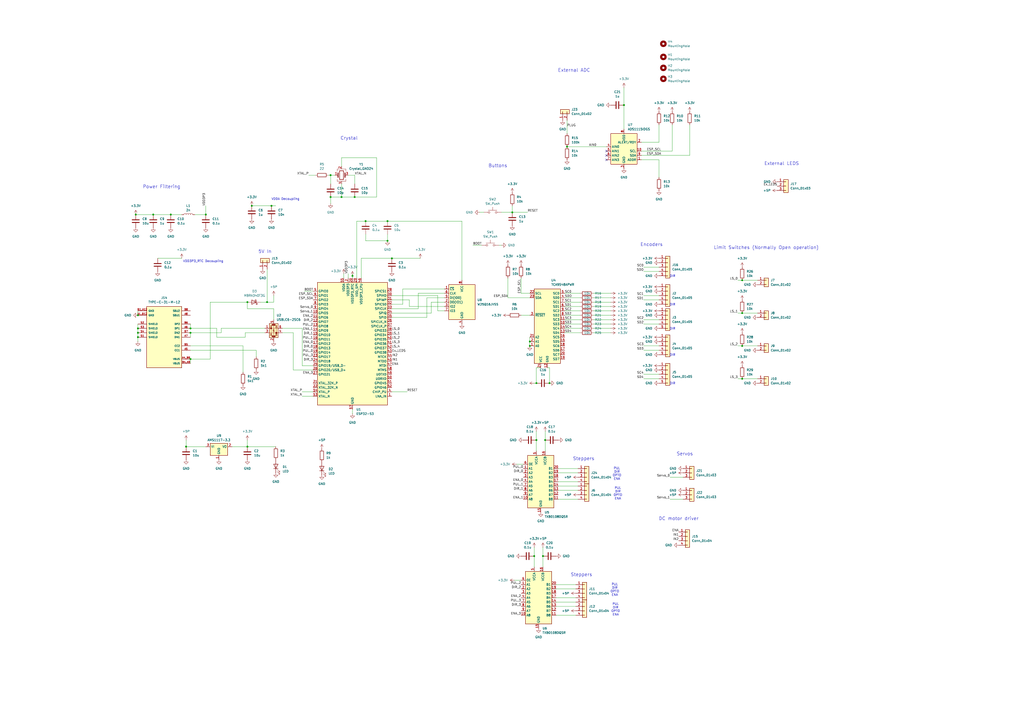
<source format=kicad_sch>
(kicad_sch (version 20231120) (generator "eeschema") (generator_version "8.0")
  (paper "A2")
  (junction (at 430.53 200.66))
  (junction (at 119.38 124.46))
  (junction (at 224.79 128.27))
  (junction (at 88.9 124.46))
  (junction (at 110.49 190.5))
  (junction (at 318.77 222.25))
  (junction (at 205.74 114.3))
  (junction (at 309.88 322.58))
  (junction (at 143.51 175.26))
  (junction (at 361.95 60.96))
  (junction (at 430.53 219.71))
  (junction (at 204.47 160.02))
  (junction (at 99.06 124.46))
  (junction (at 311.15 222.25))
  (junction (at 107.95 259.08))
  (junction (at 80.01 195.58))
  (junction (at 80.01 193.04))
  (junction (at 430.53 162.56))
  (junction (at 154.94 175.26))
  (junction (at 307.34 198.12))
  (junction (at 430.53 181.61))
  (junction (at 110.49 193.04))
  (junction (at 78.74 124.46))
  (junction (at 191.77 101.6))
  (junction (at 227.33 149.86))
  (junction (at 297.18 123.19))
  (junction (at 328.93 85.09))
  (junction (at 314.96 322.58))
  (junction (at 311.15 255.27))
  (junction (at 198.12 114.3))
  (junction (at 191.77 114.3))
  (junction (at 143.51 259.08))
  (junction (at 80.01 190.5))
  (junction (at 80.01 182.88))
  (junction (at 307.34 200.66))
  (junction (at 316.23 255.27))
  (junction (at 110.49 208.28))
  (junction (at 157.48 119.38))
  (junction (at 146.05 119.38))
  (junction (at 224.79 139.7))
  (junction (at 212.09 128.27))
  (no_connect (at 351.79 90.17))
  (no_connect (at 351.79 87.63))
  (no_connect (at 351.79 92.71))
  (wire (pts (xy 146.05 119.38) (xy 157.48 119.38)))
  (wire (pts (xy 212.09 139.7) (xy 224.79 139.7)))
  (wire (pts (xy 190.5 101.6) (xy 191.77 101.6)))
  (wire (pts (xy 328.93 85.09) (xy 351.79 85.09)))
  (wire (pts (xy 323.85 284.48) (xy 335.28 284.48)))
  (wire (pts (xy 430.53 162.56) (xy 439.42 162.56)))
  (wire (pts (xy 142.24 193.04) (xy 142.24 195.58)))
  (wire (pts (xy 143.51 179.07) (xy 143.51 175.26)))
  (wire (pts (xy 278.13 123.19) (xy 280.67 123.19)))
  (wire (pts (xy 322.58 341.63) (xy 334.01 341.63)))
  (wire (pts (xy 314.96 322.58) (xy 314.96 328.93)))
  (wire (pts (xy 427.99 181.61) (xy 430.53 181.61)))
  (wire (pts (xy 107.95 255.27) (xy 107.95 259.08)))
  (wire (pts (xy 327.66 170.18) (xy 336.55 170.18)))
  (wire (pts (xy 198.12 91.44) (xy 218.44 91.44)))
  (wire (pts (xy 327.66 182.88) (xy 336.55 182.88)))
  (wire (pts (xy 322.58 339.09) (xy 334.01 339.09)))
  (wire (pts (xy 327.66 190.5) (xy 336.55 190.5)))
  (wire (pts (xy 224.79 128.27) (xy 267.97 128.27)))
  (wire (pts (xy 242.57 179.07) (xy 227.33 179.07)))
  (wire (pts (xy 389.89 72.39) (xy 389.89 87.63)))
  (wire (pts (xy 309.88 222.25) (xy 311.15 222.25)))
  (wire (pts (xy 227.33 181.61) (xy 250.19 181.61)))
  (wire (pts (xy 307.34 170.18) (xy 302.26 170.18)))
  (wire (pts (xy 430.53 200.66) (xy 439.42 200.66)))
  (wire (pts (xy 205.74 101.6) (xy 205.74 106.68)))
  (wire (pts (xy 175.26 229.87) (xy 181.61 229.87)))
  (wire (pts (xy 344.17 177.8) (xy 354.33 177.8)))
  (wire (pts (xy 311.15 222.25) (xy 311.15 213.36)))
  (wire (pts (xy 322.58 346.71) (xy 334.01 346.71)))
  (wire (pts (xy 427.99 200.66) (xy 430.53 200.66)))
  (wire (pts (xy 316.23 250.19) (xy 316.23 255.27)))
  (wire (pts (xy 322.58 349.25) (xy 334.01 349.25)))
  (wire (pts (xy 80.01 180.34) (xy 80.01 182.88)))
  (wire (pts (xy 121.92 175.26) (xy 143.51 175.26)))
  (wire (pts (xy 218.44 91.44) (xy 218.44 114.3)))
  (wire (pts (xy 250.19 175.26) (xy 257.81 175.26)))
  (wire (pts (xy 110.49 190.5) (xy 125.73 190.5)))
  (wire (pts (xy 373.38 173.99) (xy 382.27 173.99)))
  (wire (pts (xy 205.74 114.3) (xy 198.12 114.3)))
  (wire (pts (xy 125.73 190.5) (xy 125.73 195.58)))
  (wire (pts (xy 311.15 250.19) (xy 311.15 255.27)))
  (wire (pts (xy 181.61 214.63) (xy 170.18 214.63)))
  (wire (pts (xy 297.18 119.38) (xy 297.18 123.19)))
  (wire (pts (xy 309.88 317.5) (xy 309.88 322.58)))
  (wire (pts (xy 316.23 255.27) (xy 316.23 261.62)))
  (wire (pts (xy 344.17 185.42) (xy 354.33 185.42)))
  (wire (pts (xy 158.75 179.07) (xy 143.51 179.07)))
  (wire (pts (xy 372.11 92.71) (xy 382.27 92.71)))
  (wire (pts (xy 140.97 200.66) (xy 140.97 215.9)))
  (wire (pts (xy 297.18 123.19) (xy 306.07 123.19)))
  (wire (pts (xy 191.77 101.6) (xy 191.77 106.68)))
  (wire (pts (xy 207.01 128.27) (xy 212.09 128.27)))
  (wire (pts (xy 227.33 171.45) (xy 254 171.45)))
  (wire (pts (xy 344.17 193.04) (xy 354.33 193.04)))
  (wire (pts (xy 170.18 214.63) (xy 170.18 193.04)))
  (wire (pts (xy 227.33 176.53) (xy 233.68 176.53)))
  (wire (pts (xy 323.85 279.4) (xy 335.28 279.4)))
  (wire (pts (xy 373.38 157.48) (xy 382.27 157.48)))
  (wire (pts (xy 80.01 190.5) (xy 80.01 193.04)))
  (wire (pts (xy 212.09 128.27) (xy 224.79 128.27)))
  (wire (pts (xy 298.45 336.55) (xy 302.26 336.55)))
  (wire (pts (xy 204.47 240.03) (xy 204.47 237.49)))
  (wire (pts (xy 307.34 172.72) (xy 294.64 172.72)))
  (wire (pts (xy 373.38 171.45) (xy 382.27 171.45)))
  (wire (pts (xy 80.01 195.58) (xy 80.01 198.12)))
  (wire (pts (xy 198.12 96.52) (xy 198.12 91.44)))
  (wire (pts (xy 148.59 203.2) (xy 148.59 207.01)))
  (wire (pts (xy 430.53 181.61) (xy 439.42 181.61)))
  (wire (pts (xy 373.38 200.66) (xy 382.27 200.66)))
  (wire (pts (xy 327.66 172.72) (xy 336.55 172.72)))
  (wire (pts (xy 113.03 124.46) (xy 119.38 124.46)))
  (wire (pts (xy 294.64 161.29) (xy 294.64 172.72)))
  (wire (pts (xy 201.93 158.75) (xy 201.93 161.29)))
  (wire (pts (xy 125.73 195.58) (xy 142.24 195.58)))
  (wire (pts (xy 302.26 161.29) (xy 302.26 170.18)))
  (wire (pts (xy 314.96 317.5) (xy 314.96 322.58)))
  (wire (pts (xy 247.65 172.72) (xy 247.65 184.15)))
  (wire (pts (xy 191.77 114.3) (xy 191.77 118.11)))
  (wire (pts (xy 344.17 180.34) (xy 354.33 180.34)))
  (wire (pts (xy 344.17 175.26) (xy 354.33 175.26)))
  (wire (pts (xy 430.53 219.71) (xy 439.42 219.71)))
  (wire (pts (xy 427.99 219.71) (xy 430.53 219.71)))
  (wire (pts (xy 322.58 356.87) (xy 334.01 356.87)))
  (wire (pts (xy 373.38 154.94) (xy 382.27 154.94)))
  (wire (pts (xy 110.49 193.04) (xy 110.49 195.58)))
  (wire (pts (xy 382.27 92.71) (xy 382.27 102.87)))
  (wire (pts (xy 289.56 142.24) (xy 290.83 142.24)))
  (wire (pts (xy 361.95 50.8) (xy 361.95 60.96)))
  (wire (pts (xy 207.01 128.27) (xy 207.01 161.29)))
  (wire (pts (xy 344.17 172.72) (xy 354.33 172.72)))
  (wire (pts (xy 204.47 160.02) (xy 204.47 161.29)))
  (wire (pts (xy 307.34 195.58) (xy 307.34 198.12)))
  (wire (pts (xy 128.27 190.5) (xy 153.67 190.5)))
  (wire (pts (xy 224.79 139.7) (xy 224.79 135.89)))
  (wire (pts (xy 388.62 289.56) (xy 396.24 289.56)))
  (wire (pts (xy 191.77 101.6) (xy 194.31 101.6)))
  (wire (pts (xy 227.33 149.86) (xy 243.84 149.86)))
  (wire (pts (xy 151.13 175.26) (xy 154.94 175.26)))
  (wire (pts (xy 427.99 162.56) (xy 430.53 162.56)))
  (wire (pts (xy 328.93 69.85) (xy 328.93 77.47)))
  (wire (pts (xy 327.66 185.42) (xy 336.55 185.42)))
  (wire (pts (xy 158.75 185.42) (xy 158.75 179.07)))
  (wire (pts (xy 128.27 193.04) (xy 128.27 190.5)))
  (wire (pts (xy 179.07 101.6) (xy 182.88 101.6)))
  (wire (pts (xy 309.88 322.58) (xy 309.88 328.93)))
  (wire (pts (xy 175.26 212.09) (xy 181.61 212.09)))
  (wire (pts (xy 254 171.45) (xy 254 180.34)))
  (wire (pts (xy 254 180.34) (xy 257.81 180.34)))
  (wire (pts (xy 344.17 187.96) (xy 354.33 187.96)))
  (wire (pts (xy 157.48 119.38) (xy 160.02 119.38)))
  (wire (pts (xy 323.85 281.94) (xy 335.28 281.94)))
  (wire (pts (xy 382.27 72.39) (xy 382.27 82.55)))
  (wire (pts (xy 322.58 351.79) (xy 334.01 351.79)))
  (wire (pts (xy 274.32 142.24) (xy 279.4 142.24)))
  (wire (pts (xy 323.85 274.32) (xy 335.28 274.32)))
  (wire (pts (xy 311.15 255.27) (xy 311.15 261.62)))
  (wire (pts (xy 110.49 193.04) (xy 128.27 193.04)))
  (wire (pts (xy 373.38 217.17) (xy 382.27 217.17)))
  (wire (pts (xy 373.38 203.2) (xy 382.27 203.2)))
  (wire (pts (xy 302.26 182.88) (xy 307.34 182.88)))
  (wire (pts (xy 242.57 170.18) (xy 257.81 170.18)))
  (wire (pts (xy 233.68 167.64) (xy 233.68 176.53)))
  (wire (pts (xy 372.11 82.55) (xy 382.27 82.55)))
  (wire (pts (xy 154.94 175.26) (xy 158.75 175.26)))
  (wire (pts (xy 327.66 193.04) (xy 336.55 193.04)))
  (wire (pts (xy 209.55 149.86) (xy 227.33 149.86)))
  (wire (pts (xy 344.17 170.18) (xy 354.33 170.18)))
  (wire (pts (xy 297.18 123.19) (xy 290.83 123.19)))
  (wire (pts (xy 299.72 269.24) (xy 303.53 269.24)))
  (wire (pts (xy 373.38 185.42) (xy 382.27 185.42)))
  (wire (pts (xy 257.81 167.64) (xy 233.68 167.64)))
  (wire (pts (xy 372.11 87.63) (xy 389.89 87.63)))
  (wire (pts (xy 175.26 227.33) (xy 181.61 227.33)))
  (wire (pts (xy 327.66 177.8) (xy 336.55 177.8)))
  (wire (pts (xy 227.33 227.33) (xy 236.22 227.33)))
  (wire (pts (xy 212.09 135.89) (xy 212.09 139.7)))
  (wire (pts (xy 99.06 124.46) (xy 105.41 124.46)))
  (wire (pts (xy 250.19 181.61) (xy 250.19 175.26)))
  (wire (pts (xy 110.49 200.66) (xy 140.97 200.66)))
  (wire (pts (xy 143.51 255.27) (xy 143.51 259.08)))
  (wire (pts (xy 163.83 190.5) (xy 175.26 190.5)))
  (wire (pts (xy 158.75 171.45) (xy 158.75 175.26)))
  (wire (pts (xy 323.85 289.56) (xy 335.28 289.56)))
  (wire (pts (xy 134.62 259.08) (xy 143.51 259.08)))
  (wire (pts (xy 80.01 193.04) (xy 80.01 195.58)))
  (wire (pts (xy 110.49 208.28) (xy 121.92 208.28)))
  (wire (pts (xy 388.62 276.86) (xy 396.24 276.86)))
  (wire (pts (xy 372.11 90.17) (xy 400.05 90.17)))
  (wire (pts (xy 143.51 259.08) (xy 160.02 259.08)))
  (wire (pts (xy 198.12 114.3) (xy 191.77 114.3)))
  (wire (pts (xy 361.95 60.96) (xy 361.95 74.93)))
  (wire (pts (xy 154.94 156.21) (xy 154.94 175.26)))
  (wire (pts (xy 80.01 187.96) (xy 80.01 190.5)))
  (wire (pts (xy 257.81 177.8) (xy 237.49 177.8)))
  (wire (pts (xy 119.38 119.38) (xy 119.38 124.46)))
  (wire (pts (xy 119.38 259.08) (xy 107.95 259.08)))
  (wire (pts (xy 170.18 193.04) (xy 163.83 193.04)))
  (wire (pts (xy 323.85 271.78) (xy 335.28 271.78)))
  (wire (pts (xy 199.39 158.75) (xy 199.39 161.29)))
  (wire (pts (xy 307.34 198.12) (xy 307.34 200.66)))
  (wire (pts (xy 175.26 190.5) (xy 175.26 212.09)))
  (wire (pts (xy 373.38 187.96) (xy 382.27 187.96)))
  (wire (pts (xy 237.49 173.99) (xy 227.33 173.99)))
  (wire (pts (xy 204.47 158.75) (xy 204.47 160.02)))
  (wire (pts (xy 110.49 203.2) (xy 148.59 203.2)))
  (wire (pts (xy 176.53 168.91) (xy 181.61 168.91)))
  (wire (pts (xy 311.15 213.36) (xy 313.69 213.36)))
  (wire (pts (xy 237.49 177.8) (xy 237.49 173.99)))
  (wire (pts (xy 327.66 187.96) (xy 336.55 187.96)))
  (wire (pts (xy 327.66 175.26) (xy 336.55 175.26)))
  (wire (pts (xy 198.12 106.68) (xy 198.12 114.3)))
  (wire (pts (xy 373.38 219.71) (xy 382.27 219.71)))
  (wire (pts (xy 257.81 172.72) (xy 247.65 172.72)))
  (wire (pts (xy 344.17 182.88) (xy 354.33 182.88)))
  (wire (pts (xy 400.05 72.39) (xy 400.05 90.17)))
  (wire (pts (xy 327.66 180.34) (xy 336.55 180.34)))
  (wire (pts (xy 242.57 170.18) (xy 242.57 179.07)))
  (wire (pts (xy 318.77 213.36) (xy 318.77 222.25)))
  (wire (pts (xy 344.17 190.5) (xy 354.33 190.5)))
  (wire (pts (xy 78.74 124.46) (xy 88.9 124.46)))
  (wire (pts (xy 247.65 184.15) (xy 227.33 184.15)))
  (wire (pts (xy 218.44 114.3) (xy 205.74 114.3)))
  (wire (pts (xy 88.9 124.46) (xy 99.06 124.46)))
  (wire (pts (xy 267.97 128.27) (xy 267.97 162.56)))
  (wire (pts (xy 201.93 101.6) (xy 205.74 101.6)))
  (wire (pts (xy 209.55 161.29) (xy 209.55 149.86)))
  (wire (pts (xy 317.5 213.36) (xy 318.77 213.36)))
  (wire (pts (xy 142.24 193.04) (xy 153.67 193.04)))
  (wire (pts (xy 110.49 208.28) (xy 110.49 210.82)))
  (wire (pts (xy 121.92 208.28) (xy 121.92 175.26)))
  (wire (pts (xy 91.44 149.86) (xy 105.41 149.86)))
  (wire (pts (xy 110.49 187.96) (xy 110.49 190.5)))
  (text "Power Filtering" (at 93.726 108.458 0) (effects (font (size 1.905 1.905))))
  (text "DIR" (at 390.144 190.754 0) (effects (font (size 1.27 1.27))))
  (text "DC motor driver" (at 393.7 300.99 0) (effects (font (size 1.905 1.905))))
  (text "VDDA Decoupling" (at 165.608 115.57 0) (effects (font (size 1.27 1.27))))
  (text "VDD3P3_RTC Decoupling" (at 117.856 151.638 0) (effects (font (size 1.27 1.27))))
  (text "Buttons" (at 288.798 96.266 0) (effects (font (size 1.905 1.905))))
  (text "Encoders" (at 377.952 141.986 0) (effects (font (size 1.905 1.905))))
  (text "PUL\nDIR\nOPTO\nENA" (at 358.394 286.258 0) (effects (font (size 1.27 1.27))))
  (text "PUL\nDIR\nOPTO\nENA" (at 356.616 342.138 0) (effects (font (size 1.27 1.27))))
  (text "DIR" (at 390.144 160.274 0) (effects (font (size 1.27 1.27))))
  (text "DIR" (at 390.144 222.504 0) (effects (font (size 1.27 1.27))))
  (text "DIR" (at 390.144 205.994 0) (effects (font (size 1.27 1.27))))
  (text "Servos" (at 397.256 263.398 0) (effects (font (size 1.905 1.905))))
  (text "PUL\nDIR\nOPTO\nENA" (at 357.886 274.828 0) (effects (font (size 1.27 1.27))))
  (text "Steppers\n" (at 338.582 266.192 0) (effects (font (size 1.905 1.905))))
  (text "Limit Switches (Normally Open operation)" (at 444.5 143.764 0) (effects (font (size 1.905 1.905))))
  (text "DIR" (at 390.144 176.784 0) (effects (font (size 1.27 1.27))))
  (text "5V In" (at 153.67 146.05 0) (effects (font (size 1.905 1.905))))
  (text "External LEDS" (at 453.39 94.996 0) (effects (font (size 1.905 1.905))))
  (text "Crystal " (at 203.2 80.264 0) (effects (font (size 1.905 1.905))))
  (text "PUL\nDIR\nOPTO\nENA" (at 357.124 353.568 0) (effects (font (size 1.27 1.27))))
  (text "Steppers\n" (at 337.312 333.502 0) (effects (font (size 1.905 1.905))))
  (text "External ADC" (at 332.994 40.894 0) (effects (font (size 1.905 1.905))))
  (label "Servo_1" (at 388.62 289.56 180))
  (label "SD1" (at 327.66 177.8 0))
  (label "ESP_SCL" (at 383.54 87.63 180))
  (label "SD4" (at 327.66 193.04 0))
  (label "PUL_3" (at 302.26 349.25 180))
  (label "Servo_0" (at 181.61 179.07 180))
  (label "Ex_LEDS" (at 227.33 204.47 0))
  (label "LS_1" (at 227.33 194.31 0))
  (label "SD4" (at 373.38 219.71 180))
  (label "IN1" (at 393.7 311.15 180))
  (label "PLUG" (at 328.93 73.66 0))
  (label "DIR_0" (at 303.53 274.32 180))
  (label "XTAL_P" (at 175.26 227.33 180))
  (label "ENA_1" (at 181.61 191.77 180))
  (label "SC1" (at 327.66 175.26 0))
  (label "PUL_3" (at 181.61 207.01 180))
  (label "XTAL_N" (at 175.26 229.87 180))
  (label "AIN0" (at 341.63 85.09 0))
  (label "DIR_2" (at 302.26 341.63 180))
  (label "ENA_0" (at 303.53 279.4 180))
  (label "LS_0" (at 427.99 162.56 180))
  (label "ENA_3" (at 181.61 217.17 180))
  (label "ENA" (at 227.33 212.09 0))
  (label "ESP_SCL" (at 302.26 170.18 90))
  (label "SC0" (at 373.38 154.94 180))
  (label "DIR_1" (at 181.61 194.31 180))
  (label "BOOT" (at 176.53 168.91 0))
  (label "PUL_1" (at 303.53 281.94 180))
  (label "VDD3P3" (at 201.93 158.75 90))
  (label "SDO" (at 373.38 157.48 180))
  (label "SC3" (at 373.38 200.66 180))
  (label "ENA_2" (at 181.61 184.15 180))
  (label "SC3" (at 327.66 185.42 0))
  (label "DIR_0" (at 181.61 201.93 180))
  (label "RESET" (at 306.07 123.19 0))
  (label "VDD3P3" (at 119.38 119.38 90))
  (label "IN2" (at 227.33 207.01 0))
  (label "PUL_2" (at 302.26 339.09 180))
  (label "SC0" (at 327.66 170.18 0))
  (label "ENA_2" (at 302.26 346.71 180))
  (label "BOOT" (at 274.32 142.24 0))
  (label "XTAL_N" (at 205.74 101.6 0))
  (label "LS_3" (at 227.33 199.39 0))
  (label "RESET" (at 236.22 227.33 0))
  (label "LS_0" (at 227.33 191.77 0))
  (label "LS_4" (at 227.33 201.93 0))
  (label "ESP_SDA" (at 383.54 90.17 180))
  (label "IN1" (at 227.33 209.55 0))
  (label "ESP_SDA" (at 294.64 172.72 180))
  (label "SD3" (at 327.66 187.96 0))
  (label "DIR_1" (at 303.53 284.48 180))
  (label "SDO" (at 327.66 172.72 0))
  (label "IN2" (at 393.7 313.69 180))
  (label "SC1" (at 373.38 171.45 180))
  (label "SD3" (at 373.38 203.2 180))
  (label "Servo_0" (at 388.62 276.86 180))
  (label "XTAL_P" (at 179.07 101.6 180))
  (label "PUL_0" (at 181.61 204.47 180))
  (label "ESP_SCL" (at 181.61 171.45 180))
  (label "SD2" (at 327.66 182.88 0))
  (label "ENA_3" (at 302.26 356.87 180))
  (label "LS_1" (at 427.99 181.61 180))
  (label "Servo_1" (at 181.61 181.61 180))
  (label "LS_2" (at 227.33 196.85 0))
  (label "ENA" (at 393.7 308.61 180))
  (label "SD2" (at 373.38 187.96 180))
  (label "ESP_SDA" (at 181.61 173.99 180))
  (label "DIR_2" (at 181.61 186.69 180))
  (label "PUL_2" (at 181.61 189.23 180))
  (label "SC4" (at 327.66 190.5 0))
  (label "DIR_3" (at 302.26 351.79 180))
  (label "ENA_1" (at 303.53 289.56 180))
  (label "SC4" (at 373.38 217.17 180))
  (label "SC2" (at 327.66 180.34 0))
  (label "PUL_1" (at 181.61 196.85 180))
  (label "ENA_0" (at 181.61 199.39 180))
  (label "Ex_LEDS" (at 450.85 107.95 180))
  (label "PUL_0" (at 303.53 271.78 180))
  (label "SD1" (at 373.38 173.99 180))
  (label "DIR_3" (at 181.61 209.55 180))
  (label "SC2" (at 373.38 185.42 180))
  (label "LS_2" (at 427.99 200.66 180))
  (label "LS_3" (at 427.99 219.71 180))
  (symbol (lib_id "Mechanical:MountingHole") (at 384.81 39.37 0) (unit 1) (exclude_from_sim yes) (in_bom no)
    (property "Reference" "H2" (at 387.35 38.0999 0) (effects (justify left)))
    (property "Value" "MountingHole" (at 387.35 40.6399 0) (effects (justify left)))
    (property "Footprint" "MountingHole:MountingHole_3.2mm_M3" (effects (hide yes)))
    (property "Description" "Mounting Hole without connection" (effects (hide yes)))
  )
  (symbol (lib_id "Device:C") (at 119.38 128.27 0) (unit 1)
    (property "Reference" "C11" (at 123.19 126.9999 0) (effects (justify left)))
    (property "Value" "0.1u" (at 123.19 129.5399 0) (effects (justify left)))
    (property "Footprint" "Capacitor_SMD:C_0805_2012Metric" (effects (hide yes)))
    (property "Description" "Unpolarized capacitor" (effects (hide yes)))
  )
  (symbol (lib_id "Device:R") (at 340.36 180.34 90) (unit 1)
    (property "Reference" "R20" (at 346.964 180.34 90))
    (property "Value" "10k" (at 340.614 180.34 90))
    (property "Footprint" "Resistor_SMD:R_0805_2012Metric" (effects (hide yes)))
    (property "Description" "Resistor" (effects (hide yes)))
  )
  (symbol (lib_id "Device:R") (at 186.69 264.16 0) (unit 1)
    (property "Reference" "R9" (at 189.23 262.8899 0) (effects (justify left)))
    (property "Value" "1k" (at 189.23 265.4299 0) (effects (justify left)))
    (property "Footprint" "Resistor_SMD:R_0805_2012Metric" (effects (hide yes)))
    (property "Description" "Resistor" (effects (hide yes)))
  )
  (symbol (lib_id "power:GND") (at 313.69 297.18 0) (unit 1)
    (property "Reference" "#PWR059" (effects (hide yes)))
    (property "Value" "GND" (at 313.69 302.26 0))
    (property "Description" "Power symbol creates a global label with name \"GND\" , ground" (effects (hide yes)))
  )
  (symbol (lib_id "power:GND") (at 148.59 214.63 0) (unit 1)
    (property "Reference" "#PWR03" (effects (hide yes)))
    (property "Value" "GND" (at 148.59 219.71 0))
    (property "Description" "Power symbol creates a global label with name \"GND\" , ground" (effects (hide yes)))
  )
  (symbol (lib_id "power:GND") (at 80.01 198.12 0) (unit 1)
    (property "Reference" "#PWR0109" (effects (hide yes)))
    (property "Value" "GND" (at 80.01 203.2 0))
    (property "Description" "Power symbol creates a global label with name \"GND\" , ground" (effects (hide yes)))
  )
  (symbol (lib_id "power:GND") (at 382.27 176.53 270) (unit 1)
    (property "Reference" "#PWR041" (effects (hide yes)))
    (property "Value" "GND" (at 378.46 176.5299 90) (effects (justify right)))
    (property "Description" "Power symbol creates a global label with name \"GND\" , ground" (effects (hide yes)))
  )
  (symbol (lib_id "Device:C") (at 107.95 262.89 0) (unit 1)
    (property "Reference" "C1" (at 111.76 261.6199 0) (effects (justify left)))
    (property "Value" "10u" (at 111.76 264.1599 0) (effects (justify left)))
    (property "Footprint" "Capacitor_SMD:C_0805_2012Metric" (effects (hide yes)))
    (property "Description" "Unpolarized capacitor" (effects (hide yes)))
  )
  (symbol (lib_id "Connector_Generic:Conn_01x02") (at 444.5 162.56 0) (unit 1)
    (property "Reference" "J7" (at 447.04 162.5599 0) (effects (justify left)))
    (property "Value" "Conn_01x02" (at 447.04 165.0999 0) (effects (justify left)))
    (property "Footprint" "Connector_JST:JST_GH_BM02B-GHS-TBT_1x02-1MP_P1.25mm_Vertical" (effects (hide yes)))
    (property "Description" "Generic connector, single row, 01x02, script generated (kicad-library-utils/schlib/autogen/connector/)" (effects (hide yes)))
  )
  (symbol (lib_id "Connector_Generic:Conn_01x03") (at 455.93 107.95 0) (unit 1)
    (property "Reference" "J17" (at 458.47 106.6799 0) (effects (justify left)))
    (property "Value" "Conn_01x03" (at 458.47 109.2199 0) (effects (justify left)))
    (property "Footprint" "Connector_JST:JST_GH_BM03B-GHS-TBT_1x03-1MP_P1.25mm_Vertical" (effects (hide yes)))
    (property "Description" "Generic connector, single row, 01x03, script generated (kicad-library-utils/schlib/autogen/connector/)" (effects (hide yes)))
  )
  (symbol (lib_id "power:+3.3V") (at 78.74 124.46 0) (unit 1)
    (property "Reference" "#PWR023" (effects (hide yes)))
    (property "Value" "+3.3V" (at 78.74 119.38 0))
    (property "Description" "Power symbol creates a global label with name \"+3.3V\"" (effects (hide yes)))
  )
  (symbol (lib_id "Connector_Generic:Conn_01x02") (at 444.5 181.61 0) (unit 1)
    (property "Reference" "J8" (at 447.04 181.6099 0) (effects (justify left)))
    (property "Value" "Conn_01x02" (at 447.04 184.1499 0) (effects (justify left)))
    (property "Footprint" "Connector_JST:JST_GH_BM02B-GHS-TBT_1x02-1MP_P1.25mm_Vertical" (effects (hide yes)))
    (property "Description" "Generic connector, single row, 01x02, script generated (kicad-library-utils/schlib/autogen/connector/)" (effects (hide yes)))
  )
  (symbol (lib_id "Device:C") (at 146.05 123.19 0) (unit 1)
    (property "Reference" "C6" (at 149.86 121.9199 0) (effects (justify left)))
    (property "Value" "1u" (at 149.86 124.4599 0) (effects (justify left)))
    (property "Footprint" "Capacitor_SMD:C_0805_2012Metric" (effects (hide yes)))
    (property "Description" "Unpolarized capacitor" (effects (hide yes)))
  )
  (symbol (lib_id "Device:R") (at 328.93 81.28 0) (unit 1)
    (property "Reference" "R15" (at 331.47 80.0099 0) (effects (justify left)))
    (property "Value" "100k" (at 331.47 82.5499 0) (effects (justify left)))
    (property "Footprint" "Resistor_SMD:R_0805_2012Metric" (effects (hide yes)))
    (property "Description" "Resistor" (effects (hide yes)))
  )
  (symbol (lib_id "power:+3.3V") (at 294.64 182.88 90) (unit 1)
    (property "Reference" "#PWR031" (effects (hide yes)))
    (property "Value" "+3.3V" (at 290.83 182.8799 90) (effects (justify left)))
    (property "Description" "Power symbol creates a global label with name \"+3.3V\"" (effects (hide yes)))
  )
  (symbol (lib_id "power:GND") (at 326.39 69.85 0) (unit 1)
    (property "Reference" "#PWR091" (effects (hide yes)))
    (property "Value" "GND" (at 326.39 74.93 0))
    (property "Description" "Power symbol creates a global label with name \"GND\" , ground" (effects (hide yes)))
  )
  (symbol (lib_id "Device:C") (at 306.07 322.58 270) (unit 1)
    (property "Reference" "C19" (at 306.07 314.96 90))
    (property "Value" "0.1u" (at 306.07 317.5 90))
    (property "Footprint" "Capacitor_SMD:C_0805_2012Metric" (effects (hide yes)))
    (property "Description" "Unpolarized capacitor" (effects (hide yes)))
  )
  (symbol (lib_id "Connector_Generic:Conn_01x03") (at 401.32 287.02 0) (unit 1)
    (property "Reference" "J22" (at 403.86 285.7499 0) (effects (justify left)))
    (property "Value" "Conn_01x03" (at 403.86 288.2899 0) (effects (justify left)))
    (property "Footprint" "Connector_JST:JST_GH_BM03B-GHS-TBT_1x03-1MP_P1.25mm_Vertical" (effects (hide yes)))
    (property "Description" "Generic connector, single row, 01x03, script generated (kicad-library-utils/schlib/autogen/connector/)" (effects (hide yes)))
  )
  (symbol (lib_id "power:+3.3V") (at 309.88 317.5 0) (unit 1)
    (property "Reference" "#PWR062" (effects (hide yes)))
    (property "Value" "+3.3V" (at 309.88 312.42 0))
    (property "Description" "Power symbol creates a global label with name \"+3.3V\"" (effects (hide yes)))
  )
  (symbol (lib_id "Connector_Generic:Conn_01x05") (at 387.35 171.45 0) (unit 1)
    (property "Reference" "J2" (at 389.89 170.1799 0) (effects (justify left)))
    (property "Value" "Conn_01x05" (at 389.89 172.7199 0) (effects (justify left)))
    (property "Footprint" "Connector_JST:JST_GH_BM05B-GHS-TBT_1x05-1MP_P1.25mm_Vertical" (effects (hide yes)))
    (property "Description" "Generic connector, single row, 01x05, script generated (kicad-library-utils/schlib/autogen/connector/)" (effects (hide yes)))
  )
  (symbol (lib_id "Device:LED") (at 186.69 271.78 90) (unit 1)
    (property "Reference" "D2" (at 190.5 272.0974 90) (effects (justify right)))
    (property "Value" "LED" (at 190.5 274.6374 90) (effects (justify right)))
    (property "Footprint" "LED_SMD:LED_0805_2012Metric" (effects (hide yes)))
    (property "Description" "Light emitting diode" (effects (hide yes)))
  )
  (symbol (lib_id "power:GND") (at 186.69 275.59 0) (unit 1)
    (property "Reference" "#PWR069" (effects (hide yes)))
    (property "Value" "GND" (at 186.69 280.67 0))
    (property "Description" "Power symbol creates a global label with name \"GND\" , ground" (effects (hide yes)))
  )
  (symbol (lib_id "Power_Protection:USBLC6-2SC6") (at 158.75 190.5 0) (unit 1)
    (property "Reference" "U2" (at 160.4011 182.88 0) (effects (justify left)))
    (property "Value" "USBLC6-2SC6" (at 160.4011 185.42 0) (effects (justify left)))
    (property "Footprint" "Package_TO_SOT_SMD:SOT-23-6" (effects (hide yes)))
    (property "Datasheet" "https://www.st.com/resource/en/datasheet/usblc6-2.pdf" (effects (hide yes)))
    (property "Description" "Very low capacitance ESD protection diode, 2 data-line, SOT-23-6" (effects (hide yes)))
  )
  (symbol (lib_id "power:+3.3V") (at 382.27 195.58 90) (unit 1)
    (property "Reference" "#PWR045" (effects (hide yes)))
    (property "Value" "+3.3V" (at 378.46 195.5799 90) (effects (justify left)))
    (property "Description" "Power symbol creates a global label with name \"+3.3V\"" (effects (hide yes)))
  )
  (symbol (lib_id "power:+3.3V") (at 382.27 149.86 90) (unit 1)
    (property "Reference" "#PWR035" (effects (hide yes)))
    (property "Value" "+3.3V" (at 378.46 149.8599 90) (effects (justify left)))
    (property "Description" "Power symbol creates a global label with name \"+3.3V\"" (effects (hide yes)))
  )
  (symbol (lib_id "Connector_Generic:Conn_01x04") (at 340.36 284.48 0) (unit 1)
    (property "Reference" "J6" (at 342.9 284.4799 0) (effects (justify left)))
    (property "Value" "Conn_01x04" (at 342.9 287.0199 0) (effects (justify left)))
    (property "Footprint" "Connector_JST:JST_GH_BM04B-GHS-TBT_1x04-1MP_P1.25mm_Vertical" (effects (hide yes)))
    (property "Description" "Generic connector, single row, 01x04, script generated (kicad-library-utils/schlib/autogen/connector/)" (effects (hide yes)))
  )
  (symbol (lib_id "Connector_Generic:Conn_01x05") (at 387.35 217.17 0) (unit 1)
    (property "Reference" "J5" (at 389.89 215.8999 0) (effects (justify left)))
    (property "Value" "Conn_01x05" (at 389.89 218.4399 0) (effects (justify left)))
    (property "Footprint" "Connector_JST:JST_GH_BM05B-GHS-TBT_1x05-1MP_P1.25mm_Vertical" (effects (hide yes)))
    (property "Description" "Generic connector, single row, 01x05, script generated (kicad-library-utils/schlib/autogen/connector/)" (effects (hide yes)))
  )
  (symbol (lib_id "power:+3.3V") (at 309.88 222.25 90) (unit 1)
    (property "Reference" "#PWR033" (effects (hide yes)))
    (property "Value" "+3.3V" (at 306.07 222.2499 90) (effects (justify left)))
    (property "Description" "Power symbol creates a global label with name \"+3.3V\"" (effects (hide yes)))
  )
  (symbol (lib_id "Device:R") (at 340.36 190.5 90) (unit 1)
    (property "Reference" "R24" (at 346.964 190.5 90))
    (property "Value" "10k" (at 340.614 190.5 90))
    (property "Footprint" "Resistor_SMD:R_0805_2012Metric" (effects (hide yes)))
    (property "Description" "Resistor" (effects (hide yes)))
  )
  (symbol (lib_id "Device:Crystal_GND24") (at 198.12 101.6 0) (unit 1)
    (property "Reference" "Y1" (at 209.55 95.2814 0))
    (property "Value" "Crystal_GND24" (at 209.55 97.8214 0))
    (property "Footprint" "Crystal:Crystal_SMD_SeikoEpson_FA238-4Pin_3.2x2.5mm" (effects (hide yes)))
    (property "Description" "Four pin crystal, GND on pins 2 and 4" (effects (hide yes)))
  )
  (symbol (lib_id "Mechanical:MountingHole") (at 384.81 33.02 0) (unit 1) (exclude_from_sim yes) (in_bom no)
    (property "Reference" "H1" (at 387.35 31.7499 0) (effects (justify left)))
    (property "Value" "MountingHole" (at 387.35 34.2899 0) (effects (justify left)))
    (property "Footprint" "MountingHole:MountingHole_3.2mm_M3" (effects (hide yes)))
    (property "Description" "Mounting Hole without connection" (effects (hide yes)))
  )
  (symbol (lib_id "power:GND") (at 278.13 123.19 270) (unit 1)
    (property "Reference" "#PWR026" (effects (hide yes)))
    (property "Value" "GND" (at 274.32 123.1899 90) (effects (justify right)))
    (property "Description" "Power symbol creates a global label with name \"GND\" , ground" (effects (hide yes)))
  )
  (symbol (lib_id "power:GND") (at 107.95 266.7 0) (unit 1)
    (property "Reference" "#PWR08" (effects (hide yes)))
    (property "Value" "GND" (at 107.95 271.78 0))
    (property "Description" "Power symbol creates a global label with name \"GND\" , ground" (effects (hide yes)))
  )
  (symbol (lib_id "Device:R") (at 328.93 88.9 0) (unit 1)
    (property "Reference" "R14" (at 331.47 87.6299 0) (effects (justify left)))
    (property "Value" "10k" (at 331.47 90.1699 0) (effects (justify left)))
    (property "Footprint" "Resistor_SMD:R_0805_2012Metric" (effects (hide yes)))
    (property "Description" "Resistor" (effects (hide yes)))
  )
  (symbol (lib_id "power:GND") (at 91.44 157.48 0) (unit 1)
    (property "Reference" "#PWR024" (effects (hide yes)))
    (property "Value" "GND" (at 91.44 162.56 0))
    (property "Description" "Power symbol creates a global label with name \"GND\" , ground" (effects (hide yes)))
  )
  (symbol (lib_id "power:+3.3V") (at 354.33 190.5 270) (unit 1)
    (property "Reference" "#PWR0100" (effects (hide yes)))
    (property "Value" "+3.3V" (at 358.14 190.4999 90) (effects (justify left)))
    (property "Description" "Power symbol creates a global label with name \"+3.3V\"" (effects (hide yes)))
  )
  (symbol (lib_id "power:GND") (at 382.27 214.63 270) (unit 1)
    (property "Reference" "#PWR049" (effects (hide yes)))
    (property "Value" "GND" (at 378.46 214.6299 90) (effects (justify right)))
    (property "Description" "Power symbol creates a global label with name \"GND\" , ground" (effects (hide yes)))
  )
  (symbol (lib_id "power:GND") (at 439.42 222.25 270) (unit 1)
    (property "Reference" "#PWR076" (effects (hide yes)))
    (property "Value" "GND" (at 435.61 222.2499 90) (effects (justify right)))
    (property "Description" "Power symbol creates a global label with name \"GND\" , ground" (effects (hide yes)))
  )
  (symbol (lib_id "Device:C") (at 314.96 222.25 270) (unit 1)
    (property "Reference" "C16" (at 314.96 214.63 90))
    (property "Value" "1u" (at 314.96 217.17 90))
    (property "Footprint" "Capacitor_SMD:C_0805_2012Metric" (effects (hide yes)))
    (property "Description" "Unpolarized capacitor" (effects (hide yes)))
  )
  (symbol (lib_id "power:+5P") (at 450.85 110.49 90) (unit 1)
    (property "Reference" "#PWR0107" (effects (hide yes)))
    (property "Value" "+5P" (at 447.04 110.4899 90) (effects (justify left)))
    (property "Description" "Power symbol creates a global label with name \"+5P\"" (effects (hide yes)))
  )
  (symbol (lib_id "TYPE-C-31-M-12:TYPE-C-31-M-12") (at 95.25 200.66 180) (unit 1)
    (property "Reference" "J14" (at 95.25 172.72 0))
    (property "Value" "TYPE-C-31-M-12" (at 95.25 175.26 0))
    (property "Footprint" "IPRL Footprints:TYPE-C-31-M-12" (effects (hide yes)))
    (property "PARTREV" "2020.12.08" (effects (hide yes)))
    (property "MANUFACTURER" "HRO Electronics Co., Ltd." (effects (hide yes)))
    (property "SNAPEDA_PN" "TYPE-C-31-M-12" (effects (hide yes)))
    (property "MAXIMUM_PACKAGE_HEIGHT" "3.26 mm" (effects (hide yes)))
    (property "STANDARD" "Manufacturer Recommendations" (effects (hide yes)))
  )
  (symbol (lib_id "power:GND") (at 99.06 132.08 0) (unit 1)
    (property "Reference" "#PWR021" (effects (hide yes)))
    (property "Value" "GND" (at 99.06 137.16 0))
    (property "Description" "Power symbol creates a global label with name \"GND\" , ground" (effects (hide yes)))
  )
  (symbol (lib_id "power:+5P") (at 396.24 274.32 90) (unit 1)
    (property "Reference" "#PWR079" (effects (hide yes)))
    (property "Value" "+5P" (at 392.43 274.3199 90) (effects (justify left)))
    (property "Description" "Power symbol creates a global label with name \"+5P\"" (effects (hide yes)))
  )
  (symbol (lib_id "Device:R") (at 340.36 187.96 90) (unit 1)
    (property "Reference" "R23" (at 346.964 187.96 90))
    (property "Value" "10k" (at 340.614 187.96 90))
    (property "Footprint" "Resistor_SMD:R_0805_2012Metric" (effects (hide yes)))
    (property "Description" "Resistor" (effects (hide yes)))
  )
  (symbol (lib_id "power:+3.3V") (at 382.27 212.09 90) (unit 1)
    (property "Reference" "#PWR048" (effects (hide yes)))
    (property "Value" "+3.3V" (at 378.46 212.0899 90) (effects (justify left)))
    (property "Description" "Power symbol creates a global label with name \"+3.3V\"" (effects (hide yes)))
  )
  (symbol (lib_id "Device:C") (at 157.48 123.19 0) (unit 1)
    (property "Reference" "C7" (at 161.29 121.9199 0) (effects (justify left)))
    (property "Value" "10n" (at 161.29 124.4599 0) (effects (justify left)))
    (property "Footprint" "Capacitor_SMD:C_0805_2012Metric" (effects (hide yes)))
    (property "Description" "Unpolarized capacitor" (effects (hide yes)))
  )
  (symbol (lib_id "Device:C") (at 88.9 128.27 0) (unit 1)
    (property "Reference" "C9" (at 92.71 126.9999 0) (effects (justify left)))
    (property "Value" "1u" (at 92.71 129.5399 0) (effects (justify left)))
    (property "Footprint" "Capacitor_SMD:C_0805_2012Metric" (effects (hide yes)))
    (property "Description" "Unpolarized capacitor" (effects (hide yes)))
  )
  (symbol (lib_id "Connector_Generic:Conn_01x02") (at 444.5 200.66 0) (unit 1)
    (property "Reference" "J9" (at 447.04 200.6599 0) (effects (justify left)))
    (property "Value" "Conn_01x02" (at 447.04 203.1999 0) (effects (justify left)))
    (property "Footprint" "Connector_JST:JST_GH_BM02B-GHS-TBT_1x02-1MP_P1.25mm_Vertical" (effects (hide yes)))
    (property "Description" "Generic connector, single row, 01x02, script generated (kicad-library-utils/schlib/autogen/connector/)" (effects (hide yes)))
  )
  (symbol (lib_id "power:GND") (at 224.79 139.7 0) (unit 1)
    (property "Reference" "#PWR013" (effects (hide yes)))
    (property "Value" "GND" (at 224.79 144.78 0))
    (property "Description" "Power symbol creates a global label with name \"GND\" , ground" (effects (hide yes)))
  )
  (symbol (lib_id "power:GND") (at 382.27 160.02 270) (unit 1)
    (property "Reference" "#PWR038" (effects (hide yes)))
    (property "Value" "GND" (at 378.46 160.0199 90) (effects (justify right)))
    (property "Description" "Power symbol creates a global label with name \"GND\" , ground" (effects (hide yes)))
  )
  (symbol (lib_id "Regulator_Linear:AMS1117-3.3") (at 127 259.08 0) (unit 1)
    (property "Reference" "U9" (at 127 252.73 0))
    (property "Value" "AMS1117-3.3" (at 127 255.27 0))
    (property "Footprint" "Package_TO_SOT_SMD:SOT-223-3_TabPin2" (effects (hide yes)))
    (property "Datasheet" "http://www.advanced-monolithic.com/pdf/ds1117.pdf" (effects (hide yes)))
    (property "Description" "1A Low Dropout regulator, positive, 3.3V fixed output, SOT-223" (effects (hide yes)))
  )
  (symbol (lib_id "power:GND") (at 382.27 205.74 270) (unit 1)
    (property "Reference" "#PWR047" (effects (hide yes)))
    (property "Value" "GND" (at 378.46 205.7399 90) (effects (justify right)))
    (property "Description" "Power symbol creates a global label with name \"GND\" , ground" (effects (hide yes)))
  )
  (symbol (lib_id "Device:C") (at 99.06 128.27 0) (unit 1)
    (property "Reference" "C10" (at 102.87 126.9999 0) (effects (justify left)))
    (property "Value" "0.1u" (at 102.87 129.5399 0) (effects (justify left)))
    (property "Footprint" "Capacitor_SMD:C_0805_2012Metric" (effects (hide yes)))
    (property "Description" "Unpolarized capacitor" (effects (hide yes)))
  )
  (symbol (lib_id "power:+3.3V") (at 311.15 250.19 0) (unit 1)
    (property "Reference" "#PWR057" (effects (hide yes)))
    (property "Value" "+3.3V" (at 311.15 245.11 0))
    (property "Description" "Power symbol creates a global label with name \"+3.3V\"" (effects (hide yes)))
  )
  (symbol (lib_id "power:+3.3V") (at 302.26 153.67 0) (unit 1)
    (property "Reference" "#PWR034" (effects (hide yes)))
    (property "Value" "+3.3V" (at 302.26 148.59 0))
    (property "Description" "Power symbol creates a global label with name \"+3.3V\"" (effects (hide yes)))
  )
  (symbol (lib_id "Device:C") (at 78.74 128.27 0) (unit 1)
    (property "Reference" "C8" (at 82.55 126.9999 0) (effects (justify left)))
    (property "Value" "10u" (at 82.55 129.5399 0) (effects (justify left)))
    (property "Footprint" "Capacitor_SMD:C_0805_2012Metric" (effects (hide yes)))
    (property "Description" "Unpolarized capacitor" (effects (hide yes)))
  )
  (symbol (lib_id "power:GND") (at 439.42 184.15 270) (unit 1)
    (property "Reference" "#PWR054" (effects (hide yes)))
    (property "Value" "GND" (at 435.61 184.1499 90) (effects (justify right)))
    (property "Description" "Power symbol creates a global label with name \"GND\" , ground" (effects (hide yes)))
  )
  (symbol (lib_id "power:GND") (at 382.27 110.49 0) (unit 1)
    (property "Reference" "#PWR089" (effects (hide yes)))
    (property "Value" "GND" (at 382.27 115.57 0))
    (property "Description" "Power symbol creates a global label with name \"GND\" , ground" (effects (hide yes)))
  )
  (symbol (lib_id "Connector_Generic:Conn_01x02") (at 444.5 219.71 0) (unit 1)
    (property "Reference" "J10" (at 447.04 219.7099 0) (effects (justify left)))
    (property "Value" "Conn_01x02" (at 447.04 222.2499 0) (effects (justify left)))
    (property "Footprint" "Connector_JST:JST_GH_BM02B-GHS-TBT_1x02-1MP_P1.25mm_Vertical" (effects (hide yes)))
    (property "Description" "Generic connector, single row, 01x02, script generated (kicad-library-utils/schlib/autogen/connector/)" (effects (hide yes)))
  )
  (symbol (lib_id "Device:C") (at 320.04 255.27 270) (unit 1)
    (property "Reference" "C17" (at 320.04 247.65 90))
    (property "Value" "0.1u" (at 320.04 250.19 90))
    (property "Footprint" "Capacitor_SMD:C_0805_2012Metric" (effects (hide yes)))
    (property "Description" "Unpolarized capacitor" (effects (hide yes)))
  )
  (symbol (lib_id "Device:L") (at 109.22 124.46 90) (unit 1)
    (property "Reference" "L1" (at 109.22 119.38 90))
    (property "Value" "2n" (at 109.22 121.92 90))
    (property "Footprint" "Inductor_SMD:L_0805_2012Metric" (effects (hide yes)))
    (property "Description" "Inductor" (effects (hide yes)))
  )
  (symbol (lib_id "power:+5P") (at 335.28 276.86 90) (unit 1)
    (property "Reference" "#PWR0103" (effects (hide yes)))
    (property "Value" "+5P" (at 331.47 276.8599 90) (effects (justify left)))
    (property "Description" "Power symbol creates a global label with name \"+5P\"" (effects (hide yes)))
  )
  (symbol (lib_id "power:GND") (at 382.27 222.25 270) (unit 1)
    (property "Reference" "#PWR050" (effects (hide yes)))
    (property "Value" "GND" (at 378.46 222.2499 90) (effects (justify right)))
    (property "Description" "Power symbol creates a global label with name \"GND\" , ground" (effects (hide yes)))
  )
  (symbol (lib_id "power:GND") (at 396.24 284.48 270) (unit 1)
    (property "Reference" "#PWR080" (effects (hide yes)))
    (property "Value" "GND" (at 392.43 284.4799 90) (effects (justify right)))
    (property "Description" "Power symbol creates a global label with name \"GND\" , ground" (effects (hide yes)))
  )
  (symbol (lib_id "Interface_Expansion:TCA9548APWR") (at 317.5 187.96 0) (unit 1)
    (property "Reference" "U4" (at 319.6941 162.56 0) (effects (justify left)))
    (property "Value" "TCA9548APWR" (at 319.6941 165.1 0) (effects (justify left)))
    (property "Footprint" "Package_SO:TSSOP-24_4.4x7.8mm_P0.65mm" (effects (hide yes)))
    (property "Datasheet" "http://www.ti.com/lit/ds/symlink/tca9548a.pdf" (effects (hide yes)))
    (property "Description" "Low voltage 8-channel I2C switch with reset, TSSOP-24" (effects (hide yes)))
  )
  (symbol (lib_id "MCU_Espressif:ESP32-S3") (at 204.47 199.39 0) (unit 1)
    (property "Reference" "U1" (at 206.6641 237.49 0) (effects (justify left)))
    (property "Value" "ESP32-S3" (at 206.6641 240.03 0) (effects (justify left)))
    (property "Footprint" "Package_DFN_QFN:QFN-56-1EP_7x7mm_P0.4mm_EP4x4mm" (effects (hide yes)))
    (property "Datasheet" "https://www.espressif.com/sites/default/files/documentation/esp32-s3_datasheet_en.pdf" (effects (hide yes)))
    (property "Description" "Microcontroller, Wi-Fi 802.11b/g/n, Bluetooth, 32bit" (effects (hide yes)))
  )
  (symbol (lib_id "power:GND") (at 382.27 198.12 270) (unit 1)
    (property "Reference" "#PWR046" (effects (hide yes)))
    (property "Value" "GND" (at 378.46 198.1199 90) (effects (justify right)))
    (property "Description" "Power symbol creates a global label with name \"GND\" , ground" (effects (hide yes)))
  )
  (symbol (lib_id "Device:C") (at 227.33 153.67 0) (unit 1)
    (property "Reference" "C3" (at 231.14 152.3999 0) (effects (justify left)))
    (property "Value" "0.1u" (at 231.14 154.9399 0) (effects (justify left)))
    (property "Footprint" "Capacitor_SMD:C_0805_2012Metric" (effects (hide yes)))
    (property "Description" "Unpolarized capacitor" (effects (hide yes)))
  )
  (symbol (lib_id "power:+5P") (at 158.75 171.45 0) (unit 1)
    (property "Reference" "#PWR05" (effects (hide yes)))
    (property "Value" "+5P" (at 158.75 166.37 0))
    (property "Description" "Power symbol creates a global label with name \"+5P\"" (effects (hide yes)))
  )
  (symbol (lib_id "Device:C") (at 143.51 262.89 0) (unit 1)
    (property "Reference" "C2" (at 147.32 261.6199 0) (effects (justify left)))
    (property "Value" "10u" (at 147.32 264.1599 0) (effects (justify left)))
    (property "Footprint" "Capacitor_SMD:C_0805_2012Metric" (effects (hide yes)))
    (property "Description" "Unpolarized capacitor" (effects (hide yes)))
  )
  (symbol (lib_id "power:GND") (at 382.27 190.5 270) (unit 1)
    (property "Reference" "#PWR044" (effects (hide yes)))
    (property "Value" "GND" (at 378.46 190.4999 90) (effects (justify right)))
    (property "Description" "Power symbol creates a global label with name \"GND\" , ground" (effects (hide yes)))
  )
  (symbol (lib_id "power:+3.3V") (at 204.47 160.02 0) (unit 1)
    (property "Reference" "#PWR068" (effects (hide yes)))
    (property "Value" "+3.3V" (at 204.47 154.94 0))
    (property "Description" "Power symbol creates a global label with name \"+3.3V\"" (effects (hide yes)))
  )
  (symbol (lib_id "power:GND") (at 204.47 240.03 0) (unit 1)
    (property "Reference" "#PWR012" (effects (hide yes)))
    (property "Value" "GND" (at 204.47 245.11 0))
    (property "Description" "Power symbol creates a global label with name \"GND\" , ground" (effects (hide yes)))
  )
  (symbol (lib_id "power:+3.3V") (at 354.33 187.96 270) (unit 1)
    (property "Reference" "#PWR099" (effects (hide yes)))
    (property "Value" "+3.3V" (at 358.14 187.9599 90) (effects (justify left)))
    (property "Description" "Power symbol creates a global label with name \"+3.3V\"" (effects (hide yes)))
  )
  (symbol (lib_id "power:+5P") (at 335.28 287.02 90) (unit 1)
    (property "Reference" "#PWR0102" (effects (hide yes)))
    (property "Value" "+5P" (at 331.47 287.0199 90) (effects (justify left)))
    (property "Description" "Power symbol creates a global label with name \"+5P\"" (effects (hide yes)))
  )
  (symbol (lib_id "Mechanical:MountingHole") (at 384.81 45.72 0) (unit 1) (exclude_from_sim yes) (in_bom no)
    (property "Reference" "H3" (at 387.35 44.4499 0) (effects (justify left)))
    (property "Value" "MountingHole" (at 387.35 46.9899 0) (effects (justify left)))
    (property "Footprint" "MountingHole:MountingHole_3.2mm_M3" (effects (hide yes)))
    (property "Description" "Mounting Hole without connection" (effects (hide yes)))
  )
  (symbol (lib_id "Device:R") (at 340.36 170.18 90) (unit 1)
    (property "Reference" "R16" (at 346.964 170.18 90))
    (property "Value" "10k" (at 340.614 170.18 90))
    (property "Footprint" "Resistor_SMD:R_0805_2012Metric" (effects (hide yes)))
    (property "Description" "Resistor" (effects (hide yes)))
  )
  (symbol (lib_id "power:GND") (at 160.02 274.32 0) (unit 1)
    (property "Reference" "#PWR011" (effects (hide yes)))
    (property "Value" "GND" (at 160.02 279.4 0))
    (property "Description" "Power symbol creates a global label with name \"GND\" , ground" (effects (hide yes)))
  )
  (symbol (lib_id "power:GND") (at 354.33 60.96 270) (unit 1)
    (property "Reference" "#PWR086" (effects (hide yes)))
    (property "Value" "GND" (at 350.52 60.9599 90) (effects (justify right)))
    (property "Description" "Power symbol creates a global label with name \"GND\" , ground" (effects (hide yes)))
  )
  (symbol (lib_id "Connector_Generic:Conn_01x04") (at 398.78 311.15 0) (unit 1)
    (property "Reference" "J15" (at 401.32 311.1499 0) (effects (justify left)))
    (property "Value" "Conn_01x04" (at 401.32 313.6899 0) (effects (justify left)))
    (property "Footprint" "Connector_JST:JST_GH_BM04B-GHS-TBT_1x04-1MP_P1.25mm_Vertical" (effects (hide yes)))
    (property "Description" "Generic connector, single row, 01x04, script generated (kicad-library-utils/schlib/autogen/connector/)" (effects (hide yes)))
  )
  (symbol (lib_id "Device:R") (at 148.59 210.82 0) (unit 1)
    (property "Reference" "R2" (at 151.13 209.5499 0) (effects (justify left)))
    (property "Value" "5k1" (at 151.13 212.0899 0) (effects (justify left)))
    (property "Footprint" "Resistor_SMD:R_0805_2012Metric" (effects (hide yes)))
    (property "Description" "Resistor" (effects (hide yes)))
  )
  (symbol (lib_id "power:+3.3V") (at 354.33 172.72 270) (unit 1)
    (property "Reference" "#PWR093" (effects (hide yes)))
    (property "Value" "+3.3V" (at 358.14 172.7199 90) (effects (justify left)))
    (property "Description" "Power symbol creates a global label with name \"+3.3V\"" (effects (hide yes)))
  )
  (symbol (lib_id "power:GND") (at 439.42 165.1 270) (unit 1)
    (property "Reference" "#PWR051" (effects (hide yes)))
    (property "Value" "GND" (at 435.61 165.0999 90) (effects (justify right)))
    (property "Description" "Power symbol creates a global label with name \"GND\" , ground" (effects (hide yes)))
  )
  (symbol (lib_id "Device:R") (at 340.36 182.88 90) (unit 1)
    (property "Reference" "R21" (at 346.964 182.88 90))
    (property "Value" "10k" (at 340.614 182.88 90))
    (property "Footprint" "Resistor_SMD:R_0805_2012Metric" (effects (hide yes)))
    (property "Description" "Resistor" (effects (hide yes)))
  )
  (symbol (lib_id "power:GND") (at 382.27 182.88 270) (unit 1)
    (property "Reference" "#PWR043" (effects (hide yes)))
    (property "Value" "GND" (at 378.46 182.8799 90) (effects (justify right)))
    (property "Description" "Power symbol creates a global label with name \"GND\" , ground" (effects (hide yes)))
  )
  (symbol (lib_id "Connector_Generic:Conn_01x04") (at 340.36 274.32 0) (unit 1)
    (property "Reference" "J24" (at 342.9 274.3199 0) (effects (justify left)))
    (property "Value" "Conn_01x04" (at 342.9 276.8599 0) (effects (justify left)))
    (property "Footprint" "Connector_JST:JST_GH_BM04B-GHS-TBT_1x04-1MP_P1.25mm_Vertical" (effects (hide yes)))
    (property "Description" "Generic connector, single row, 01x04, script generated (kicad-library-utils/schlib/autogen/connector/)" (effects (hide yes)))
  )
  (symbol (lib_id "power:+3.3V") (at 105.41 149.86 0) (unit 1)
    (property "Reference" "#PWR067" (effects (hide yes)))
    (property "Value" "+3.3V" (at 105.41 144.78 0))
    (property "Description" "Power symbol creates a global label with name \"+3.3V\"" (effects (hide yes)))
  )
  (symbol (lib_id "power:GND") (at 322.58 322.58 90) (unit 1)
    (property "Reference" "#PWR065" (effects (hide yes)))
    (property "Value" "GND" (at 326.39 322.5799 90) (effects (justify right)))
    (property "Description" "Power symbol creates a global label with name \"GND\" , ground" (effects (hide yes)))
  )
  (symbol (lib_id "power:GND") (at 396.24 271.78 270) (unit 1)
    (property "Reference" "#PWR081" (effects (hide yes)))
    (property "Value" "GND" (at 392.43 271.7799 90) (effects (justify right)))
    (property "Description" "Power symbol creates a global label with name \"GND\" , ground" (effects (hide yes)))
  )
  (symbol (lib_id "power:GND") (at 303.53 255.27 270) (unit 1)
    (property "Reference" "#PWR058" (effects (hide yes)))
    (property "Value" "GND" (at 299.72 255.2699 90) (effects (justify right)))
    (property "Description" "Power symbol creates a global label with name \"GND\" , ground" (effects (hide yes)))
  )
  (symbol (lib_id "Connector_Generic:Conn_01x04") (at 339.09 341.63 0) (unit 1)
    (property "Reference" "J11" (at 341.63 341.6299 0) (effects (justify left)))
    (property "Value" "Conn_01x04" (at 341.63 344.1699 0) (effects (justify left)))
    (property "Footprint" "Connector_JST:JST_GH_BM04B-GHS-TBT_1x04-1MP_P1.25mm_Vertical" (effects (hide yes)))
    (property "Description" "Generic connector, single row, 01x04, script generated (kicad-library-utils/schlib/autogen/connector/)" (effects (hide yes)))
  )
  (symbol (lib_id "Device:R") (at 140.97 219.71 0) (unit 1)
    (property "Reference" "R1" (at 143.51 218.4399 0) (effects (justify left)))
    (property "Value" "5k1" (at 143.51 220.9799 0) (effects (justify left)))
    (property "Footprint" "Resistor_SMD:R_0805_2012Metric" (effects (hide yes)))
    (property "Description" "Resistor" (effects (hide yes)))
  )
  (symbol (lib_id "Connector_Generic:Conn_01x03") (at 401.32 274.32 0) (unit 1)
    (property "Reference" "J21" (at 403.86 273.0499 0) (effects (justify left)))
    (property "Value" "Conn_01x03" (at 403.86 275.5899 0) (effects (justify left)))
    (property "Footprint" "Connector_JST:JST_GH_BM03B-GHS-TBT_1x03-1MP_P1.25mm_Vertical" (effects (hide yes)))
    (property "Description" "Generic connector, single row, 01x03, script generated (kicad-library-utils/schlib/autogen/connector/)" (effects (hide yes)))
  )
  (symbol (lib_id "Device:C") (at 205.74 110.49 0) (unit 1)
    (property "Reference" "C15" (at 209.55 109.2199 0) (effects (justify left)))
    (property "Value" "10p" (at 209.55 111.7599 0) (effects (justify left)))
    (property "Footprint" "Capacitor_SMD:C_0805_2012Metric" (effects (hide yes)))
    (property "Description" "Unpolarized capacitor" (effects (hide yes)))
  )
  (symbol (lib_id "power:+3.3V") (at 297.18 111.76 0) (unit 1)
    (property "Reference" "#PWR027" (effects (hide yes)))
    (property "Value" "+3.3V" (at 297.18 106.68 0))
    (property "Description" "Power symbol creates a global label with name \"+3.3V\"" (effects (hide yes)))
  )
  (symbol (lib_id "Logic_LevelTranslator:TXB0108DQSR") (at 312.42 346.71 0) (unit 1)
    (property "Reference" "U6" (at 314.6141 364.49 0) (effects (justify left)))
    (property "Value" "TXB0108DQSR" (at 314.6141 367.03 0) (effects (justify left)))
    (property "Footprint" "Package_SON:USON-20_2x4mm_P0.4mm" (effects (hide yes)))
    (property "Datasheet" "http://www.ti.com/lit/ds/symlink/txb0108.pdf" (effects (hide yes)))
    (property "Description" "8-bit bidirectional voltage level translator with auto-direction sensing USON package" (effects (hide yes)))
  )
  (symbol (lib_id "power:+3.3V") (at 430.53 173.99 0) (unit 1)
    (property "Reference" "#PWR053" (effects (hide yes)))
    (property "Value" "+3.3V" (at 430.53 168.91 0))
    (property "Description" "Power symbol creates a global label with name \"+3.3V\"" (effects (hide yes)))
  )
  (symbol (lib_id "power:GND") (at 450.85 105.41 270) (unit 1)
    (property "Reference" "#PWR078" (effects (hide yes)))
    (property "Value" "GND" (at 447.04 105.4099 90) (effects (justify right)))
    (property "Description" "Power symbol creates a global label with name \"GND\" , ground" (effects (hide yes)))
  )
  (symbol (lib_id "power:+3.3V") (at 430.53 154.94 0) (unit 1)
    (property "Reference" "#PWR052" (effects (hide yes)))
    (property "Value" "+3.3V" (at 430.53 149.86 0))
    (property "Description" "Power symbol creates a global label with name \"+3.3V\"" (effects (hide yes)))
  )
  (symbol (lib_id "power:+5P") (at 334.01 344.17 90) (unit 1)
    (property "Reference" "#PWR0104" (effects (hide yes)))
    (property "Value" "+5P" (at 330.2 344.1699 90) (effects (justify left)))
    (property "Description" "Power symbol creates a global label with name \"+5P\"" (effects (hide yes)))
  )
  (symbol (lib_id "power:+3.3V") (at 243.84 149.86 0) (unit 1)
    (property "Reference" "#PWR016" (effects (hide yes)))
    (property "Value" "+3.3V" (at 243.84 144.78 0))
    (property "Description" "Power symbol creates a global label with name \"+3.3V\"" (effects (hide yes)))
  )
  (symbol (lib_id "Connector_Generic:Conn_01x02") (at 326.39 64.77 90) (unit 1)
    (property "Reference" "J23" (at 331.47 63.4999 90) (effects (justify right)))
    (property "Value" "Conn_01x02" (at 331.47 66.0399 90) (effects (justify right)))
    (property "Footprint" "Connector_AMASS:AMASS_XT60-M_1x02_P7.20mm_Vertical" (effects (hide yes)))
    (property "Description" "Generic connector, single row, 01x02, script generated (kicad-library-utils/schlib/autogen/connector/)" (effects (hide yes)))
  )
  (symbol (lib_id "Device:R") (at 430.53 158.75 0) (unit 1)
    (property "Reference" "R26" (at 433.07 157.4799 0) (effects (justify left)))
    (property "Value" "10k" (at 433.07 160.0199 0) (effects (justify left)))
    (property "Footprint" "Resistor_SMD:R_0805_2012Metric" (effects (hide yes)))
    (property "Description" "Resistor" (effects (hide yes)))
  )
  (symbol (lib_id "Device:R") (at 297.18 115.57 0) (unit 1)
    (property "Reference" "R4" (at 299.72 114.2999 0) (effects (justify left)))
    (property "Value" "10k" (at 299.72 116.8399 0) (effects (justify left)))
    (property "Footprint" "Resistor_SMD:R_0805_2012Metric" (effects (hide yes)))
    (property "Description" "Resistor" (effects (hide yes)))
  )
  (symbol (lib_id "power:+3.3V") (at 354.33 170.18 270) (unit 1)
    (property "Reference" "#PWR092" (effects (hide yes)))
    (property "Value" "+3.3V" (at 358.14 170.1799 90) (effects (justify left)))
    (property "Description" "Power symbol creates a global label with name \"+3.3V\"" (effects (hide yes)))
  )
  (symbol (lib_id "Connector_Generic:Conn_01x04") (at 339.09 351.79 0) (unit 1)
    (property "Reference" "J12" (at 341.63 351.7899 0) (effects (justify left)))
    (property "Value" "Conn_01x04" (at 341.63 354.3299 0) (effects (justify left)))
    (property "Footprint" "Connector_JST:JST_GH_BM04B-GHS-TBT_1x04-1MP_P1.25mm_Vertical" (effects (hide yes)))
    (property "Description" "Generic connector, single row, 01x04, script generated (kicad-library-utils/schlib/autogen/connector/)" (effects (hide yes)))
  )
  (symbol (lib_id "Device:R") (at 160.02 262.89 0) (unit 1)
    (property "Reference" "R3" (at 162.56 261.6199 0) (effects (justify left)))
    (property "Value" "1k" (at 162.56 264.1599 0) (effects (justify left)))
    (property "Footprint" "Resistor_SMD:R_0805_2012Metric" (effects (hide yes)))
    (property "Description" "Resistor" (effects (hide yes)))
  )
  (symbol (lib_id "power:GND") (at 302.26 322.58 270) (unit 1)
    (property "Reference" "#PWR061" (effects (hide yes)))
    (property "Value" "GND" (at 298.45 322.5799 90) (effects (justify right)))
    (property "Description" "Power symbol creates a global label with name \"GND\" , ground" (effects (hide yes)))
  )
  (symbol (lib_id "power:GND") (at 382.27 152.4 270) (unit 1)
    (property "Reference" "#PWR037" (effects (hide yes)))
    (property "Value" "GND" (at 378.46 152.3999 90) (effects (justify right)))
    (property "Description" "Power symbol creates a global label with name \"GND\" , ground" (effects (hide yes)))
  )
  (symbol (lib_id "power:+3.3V") (at 354.33 185.42 270) (unit 1)
    (property "Reference" "#PWR098" (effects (hide yes)))
    (property "Value" "+3.3V" (at 358.14 185.4199 90) (effects (justify left)))
    (property "Description" "Power symbol creates a global label with name \"+3.3V\"" (effects (hide yes)))
  )
  (symbol (lib_id "power:GND") (at 191.77 118.11 0) (unit 1)
    (property "Reference" "#PWR029" (effects (hide yes)))
    (property "Value" "GND" (at 191.77 123.19 0))
    (property "Description" "Power symbol creates a global label with name \"GND\" , ground" (effects (hide yes)))
  )
  (symbol (lib_id "power:GND") (at 78.74 132.08 0) (unit 1)
    (property "Reference" "#PWR019" (effects (hide yes)))
    (property "Value" "GND" (at 78.74 137.16 0))
    (property "Description" "Power symbol creates a global label with name \"GND\" , ground" (effects (hide yes)))
  )
  (symbol (lib_id "Device:C") (at 191.77 110.49 0) (unit 1)
    (property "Reference" "C14" (at 195.58 109.2199 0) (effects (justify left)))
    (property "Value" "10p" (at 195.58 111.7599 0) (effects (justify left)))
    (property "Footprint" "Capacitor_SMD:C_0805_2012Metric" (effects (hide yes)))
    (property "Description" "Unpolarized capacitor" (effects (hide yes)))
  )
  (symbol (lib_id "power:+5P") (at 186.69 260.35 0) (unit 1)
    (property "Reference" "#PWR070" (effects (hide yes)))
    (property "Value" "+5P" (at 186.69 255.27 0))
    (property "Description" "Power symbol creates a global label with name \"+5P\"" (effects (hide yes)))
  )
  (symbol (lib_id "power:+5P") (at 334.01 354.33 90) (unit 1)
    (property "Reference" "#PWR0105" (effects (hide yes)))
    (property "Value" "+5P" (at 330.2 354.3299 90) (effects (justify left)))
    (property "Description" "Power symbol creates a global label with name \"+5P\"" (effects (hide yes)))
  )
  (symbol (lib_id "power:GND") (at 318.77 222.25 90) (unit 1)
    (property "Reference" "#PWR036" (effects (hide yes)))
    (property "Value" "GND" (at 322.58 222.2499 90) (effects (justify right)))
    (property "Description" "Power symbol creates a global label with name \"GND\" , ground" (effects (hide yes)))
  )
  (symbol (lib_id "Device:R") (at 298.45 182.88 90) (unit 1)
    (property "Reference" "R6" (at 298.45 176.53 90))
    (property "Value" "10k" (at 298.45 179.07 90))
    (property "Footprint" "Resistor_SMD:R_0805_2012Metric" (effects (hide yes)))
    (property "Description" "Resistor" (effects (hide yes)))
  )
  (symbol (lib_id "power:+5P") (at 396.24 287.02 90) (unit 1)
    (property "Reference" "#PWR082" (effects (hide yes)))
    (property "Value" "+5P" (at 392.43 287.0199 90) (effects (justify left)))
    (property "Description" "Power symbol creates a global label with name \"+5P\"" (effects (hide yes)))
  )
  (symbol (lib_id "Device:C") (at 358.14 60.96 90) (unit 1)
    (property "Reference" "C21" (at 358.14 53.34 90))
    (property "Value" "1u" (at 358.14 55.88 90))
    (property "Footprint" "Capacitor_SMD:C_0805_2012Metric" (effects (hide yes)))
    (property "Description" "Unpolarized capacitor" (effects (hide yes)))
  )
  (symbol (lib_id "power:GND") (at 328.93 92.71 0) (unit 1)
    (property "Reference" "#PWR090" (effects (hide yes)))
    (property "Value" "GND" (at 328.93 97.79 0))
    (property "Description" "Power symbol creates a global label with name \"GND\" , ground" (effects (hide yes)))
  )
  (symbol (lib_id "power:GND") (at 267.97 187.96 0) (unit 1)
    (property "Reference" "#PWR077" (effects (hide yes)))
    (property "Value" "GND" (at 267.97 193.04 0))
    (property "Description" "Power symbol creates a global label with name \"GND\" , ground" (effects (hide yes)))
  )
  (symbol (lib_id "Device:LED") (at 160.02 270.51 90) (unit 1)
    (property "Reference" "D1" (at 163.83 270.8274 90) (effects (justify right)))
    (property "Value" "LED" (at 163.83 273.3674 90) (effects (justify right)))
    (property "Footprint" "LED_SMD:LED_0805_2012Metric" (effects (hide yes)))
    (property "Description" "Light emitting diode" (effects (hide yes)))
  )
  (symbol (lib_id "Device:R") (at 382.27 68.58 0) (unit 1)
    (property "Reference" "R12" (at 384.81 67.3099 0) (effects (justify left)))
    (property "Value" "10k" (at 384.81 69.8499 0) (effects (justify left)))
    (property "Footprint" "Resistor_SMD:R_0805_2012Metric" (effects (hide yes)))
    (property "Description" "Resistor" (effects (hide yes)))
  )
  (symbol (lib_id "power:GND") (at 88.9 132.08 0) (unit 1)
    (property "Reference" "#PWR020" (effects (hide yes)))
    (property "Value" "GND" (at 88.9 137.16 0))
    (property "Description" "Power symbol creates a global label with name \"GND\" , ground" (effects (hide yes)))
  )
  (symbol (lib_id "Device:R") (at 340.36 172.72 90) (unit 1)
    (property "Reference" "R17" (at 346.964 172.72 90))
    (property "Value" "10k" (at 340.614 172.72 90))
    (property "Footprint" "Resistor_SMD:R_0805_2012Metric" (effects (hide yes)))
    (property "Description" "Resistor" (effects (hide yes)))
  )
  (symbol (lib_id "power:GND") (at 323.85 255.27 90) (unit 1)
    (property "Reference" "#PWR056" (effects (hide yes)))
    (property "Value" "GND" (at 327.66 255.2699 90) (effects (justify right)))
    (property "Description" "Power symbol creates a global label with name \"GND\" , ground" (effects (hide yes)))
  )
  (symbol (lib_id "Memory_Flash:W25Q16JVSS") (at 267.97 175.26 0) (unit 1)
    (property "Reference" "U8" (at 276.86 173.9899 0) (effects (justify left)))
    (property "Value" "W25Q16JVSS" (at 276.86 176.5299 0) (effects (justify left)))
    (property "Footprint" "Package_SO:SOIC-8_5.23x5.23mm_P1.27mm" (effects (hide yes)))
    (property "Datasheet" "https://www.winbond.com/hq/support/documentation/levelOne.jsp?__locale=en&DocNo=DA00-W25Q16JV.1" (effects (hide yes)))
    (property "Description" "16Mb Serial Flash Memory, Standard/Dual/Quad SPI, SOIC-8" (effects (hide yes)))
  )
  (symbol (lib_id "power:GND") (at 140.97 223.52 0) (unit 1)
    (property "Reference" "#PWR02" (effects (hide yes)))
    (property "Value" "GND" (at 140.97 228.6 0))
    (property "Description" "Power symbol creates a global label with name \"GND\" , ground" (effects (hide yes)))
  )
  (symbol (lib_id "Device:R") (at 430.53 196.85 0) (unit 1)
    (property "Reference" "R28" (at 433.07 195.5799 0) (effects (justify left)))
    (property "Value" "10k" (at 433.07 198.1199 0) (effects (justify left)))
    (property "Footprint" "Resistor_SMD:R_0805_2012Metric" (effects (hide yes)))
    (property "Description" "Resistor" (effects (hide yes)))
  )
  (symbol (lib_id "Device:C") (at 91.44 153.67 180) (unit 1)
    (property "Reference" "C12" (at 95.25 152.3999 0) (effects (justify right)))
    (property "Value" "0.1u" (at 95.25 154.9399 0) (effects (justify right)))
    (property "Footprint" "Capacitor_SMD:C_0805_2012Metric" (effects (hide yes)))
    (property "Description" "Unpolarized capacitor" (effects (hide yes)))
  )
  (symbol (lib_id "power:GND") (at 382.27 168.91 270) (unit 1)
    (property "Reference" "#PWR040" (effects (hide yes)))
    (property "Value" "GND" (at 378.46 168.9099 90) (effects (justify right)))
    (property "Description" "Power symbol creates a global label with name \"GND\" , ground" (effects (hide yes)))
  )
  (symbol (lib_id "power:+3.3V") (at 199.39 158.75 0) (unit 1)
    (property "Reference" "#PWR071" (effects (hide yes)))
    (property "Value" "+3.3V" (at 194.818 157.226 0))
    (property "Description" "Power symbol creates a global label with name \"+3.3V\"" (effects (hide yes)))
  )
  (symbol (lib_id "Mechanical:MountingHole") (at 384.81 25.4 0) (unit 1) (exclude_from_sim yes) (in_bom no)
    (property "Reference" "H4" (at 387.35 24.1299 0) (effects (justify left)))
    (property "Value" "MountingHole" (at 387.35 26.6699 0) (effects (justify left)))
    (property "Footprint" "MountingHole:MountingHole_3.2mm_M3" (effects (hide yes)))
    (property "Description" "Mounting Hole without connection" (effects (hide yes)))
  )
  (symbol (lib_id "power:+3.3V") (at 382.27 64.77 0) (unit 1)
    (property "Reference" "#PWR088" (effects (hide yes)))
    (property "Value" "+3.3V" (at 382.27 59.69 0))
    (property "Description" "Power symbol creates a global label with name \"+3.3V\"" (effects (hide yes)))
  )
  (symbol (lib_id "Device:R") (at 186.69 101.6 90) (unit 1)
    (property "Reference" "R5" (at 186.69 95.25 90))
    (property "Value" "22" (at 186.69 97.79 90))
    (property "Footprint" "Resistor_SMD:R_0805_2012Metric" (effects (hide yes)))
    (property "Description" "Resistor" (effects (hide yes)))
  )
  (symbol (lib_id "Connector_Generic:Conn_01x05") (at 387.35 154.94 0) (unit 1)
    (property "Reference" "J16" (at 389.89 153.6699 0) (effects (justify left)))
    (property "Value" "Conn_01x05" (at 389.89 156.2099 0) (effects (justify left)))
    (property "Footprint" "Connector_JST:JST_GH_BM05B-GHS-TBT_1x05-1MP_P1.25mm_Vertical" (effects (hide yes)))
    (property "Description" "Generic connector, single row, 01x05, script generated (kicad-library-utils/schlib/autogen/connector/)" (effects (hide yes)))
  )
  (symbol (lib_id "power:GND") (at 143.51 266.7 0) (unit 1)
    (property "Reference" "#PWR010" (effects (hide yes)))
    (property "Value" "GND" (at 143.51 271.78 0))
    (property "Description" "Power symbol creates a global label with name \"GND\" , ground" (effects (hide yes)))
  )
  (symbol (lib_id "power:+3.3V") (at 354.33 193.04 270) (unit 1)
    (property "Reference" "#PWR0101" (effects (hide yes)))
    (property "Value" "+3.3V" (at 358.14 193.0399 90) (effects (justify left)))
    (property "Description" "Power symbol creates a global label with name \"+3.3V\"" (effects (hide yes)))
  )
  (symbol (lib_id "Device:R") (at 294.64 157.48 180) (unit 1)
    (property "Reference" "R7" (at 297.18 156.2099 0) (effects (justify right)))
    (property "Value" "10k" (at 297.18 158.7499 0) (effects (justify right)))
    (property "Footprint" "Resistor_SMD:R_0805_2012Metric" (effects (hide yes)))
    (property "Description" "Resistor" (effects (hide yes)))
  )
  (symbol (lib_id "power:GND") (at 152.4 156.21 0) (unit 1)
    (property "Reference" "#PWR073" (effects (hide yes)))
    (property "Value" "GND" (at 152.4 161.29 0))
    (property "Description" "Power symbol creates a global label with name \"GND\" , ground" (effects (hide yes)))
  )
  (symbol (lib_id "power:+3.3V") (at 354.33 182.88 270) (unit 1)
    (property "Reference" "#PWR097" (effects (hide yes)))
    (property "Value" "+3.3V" (at 358.14 182.8799 90) (effects (justify left)))
    (property "Description" "Power symbol creates a global label with name \"+3.3V\"" (effects (hide yes)))
  )
  (symbol (lib_id "Switch:SW_Push") (at 284.48 142.24 0) (unit 1)
    (property "Reference" "SW1" (at 284.48 134.62 0))
    (property "Value" "SW_Push" (at 284.48 137.16 0))
    (property "Footprint" "Button_Switch_SMD:SW_Push_1P1T_NO_CK_KSC6xxJ" (effects (hide yes)))
    (property "Description" "Push button switch, generic, two pins" (effects (hide yes)))
  )
  (symbol (lib_id "power:GND") (at 127 266.7 0) (unit 1)
    (property "Reference" "#PWR09" (effects (hide yes)))
    (property "Value" "GND" (at 127 271.78 0))
    (property "Description" "Power symbol creates a global label with name \"GND\" , ground" (effects (hide yes)))
  )
  (symbol (lib_id "Device:R") (at 340.36 175.26 90) (unit 1)
    (property "Reference" "R18" (at 346.964 175.26 90))
    (property "Value" "10k" (at 340.614 175.26 90))
    (property "Footprint" "Resistor_SMD:R_0805_2012Metric" (effects (hide yes)))
    (property "Description" "Resistor" (effects (hide yes)))
  )
  (symbol (lib_id "Device:C") (at 307.34 255.27 270) (unit 1)
    (property "Reference" "C18" (at 307.34 247.65 90))
    (property "Value" "0.1u" (at 307.34 250.19 90))
    (property "Footprint" "Capacitor_SMD:C_0805_2012Metric" (effects (hide yes)))
    (property "Description" "Unpolarized capacitor" (effects (hide yes)))
  )
  (symbol (lib_id "power:GND") (at 393.7 316.23 270) (unit 1)
    (property "Reference" "#PWR0106" (effects (hide yes)))
    (property "Value" "GND" (at 389.89 316.2299 90) (effects (justify right)))
    (property "Description" "Power symbol creates a global label with name \"GND\" , ground" (effects (hide yes)))
  )
  (symbol (lib_id "power:GND") (at 227.33 157.48 0) (unit 1)
    (property "Reference" "#PWR015" (effects (hide yes)))
    (property "Value" "GND" (at 227.33 162.56 0))
    (property "Description" "Power symbol creates a global label with name \"GND\" , ground" (effects (hide yes)))
  )
  (symbol (lib_id "power:+3.3V") (at 382.27 180.34 90) (unit 1)
    (property "Reference" "#PWR042" (effects (hide yes)))
    (property "Value" "+3.3V" (at 378.46 180.3399 90) (effects (justify left)))
    (property "Description" "Power symbol creates a global label with name \"+3.3V\"" (effects (hide yes)))
  )
  (symbol (lib_id "Device:D_Schottky") (at 147.32 175.26 180) (unit 1)
    (property "Reference" "D3" (at 147.6375 168.91 0))
    (property "Value" "MBRA340T3G" (at 147.6375 171.45 0))
    (property "Footprint" "Diode_SMD:D_SMA" (effects (hide yes)))
    (property "Description" "Schottky diode" (effects (hide yes)))
  )
  (symbol (lib_id "Device:R") (at 302.26 157.48 180) (unit 1)
    (property "Reference" "R8" (at 304.8 156.2099 0) (effects (justify right)))
    (property "Value" "10k" (at 304.8 158.7499 0) (effects (justify right)))
    (property "Footprint" "Resistor_SMD:R_0805_2012Metric" (effects (hide yes)))
    (property "Description" "Resistor" (effects (hide yes)))
  )
  (symbol (lib_id "power:GND") (at 157.48 127 0) (unit 1)
    (property "Reference" "#PWR018" (effects (hide yes)))
    (property "Value" "GND" (at 157.48 132.08 0))
    (property "Description" "Power symbol creates a global label with name \"GND\" , ground" (effects (hide yes)))
  )
  (symbol (lib_id "Device:R") (at 430.53 215.9 0) (unit 1)
    (property "Reference" "R29" (at 433.07 214.6299 0) (effects (justify left)))
    (property "Value" "10k" (at 433.07 217.1699 0) (effects (justify left)))
    (property "Footprint" "Resistor_SMD:R_0805_2012Metric" (effects (hide yes)))
    (property "Description" "Resistor" (effects (hide yes)))
  )
  (symbol (lib_id "power:+3.3V") (at 361.95 50.8 0) (unit 1)
    (property "Reference" "#PWR085" (effects (hide yes)))
    (property "Value" "+3.3V" (at 361.95 45.72 0))
    (property "Description" "Power symbol creates a global label with name \"+3.3V\"" (effects (hide yes)))
  )
  (symbol (lib_id "Device:R") (at 400.05 68.58 0) (unit 1)
    (property "Reference" "R11" (at 402.59 67.3099 0) (effects (justify left)))
    (property "Value" "10k" (at 402.59 69.8499 0) (effects (justify left)))
    (property "Footprint" "Resistor_SMD:R_0805_2012Metric" (effects (hide yes)))
    (property "Description" "Resistor" (effects (hide yes)))
  )
  (symbol (lib_id "power:GND") (at 307.34 200.66 0) (unit 1)
    (property "Reference" "#PWR072" (effects (hide yes)))
    (property "Value" "GND" (at 307.34 205.74 0))
    (property "Description" "Power symbol creates a global label with name \"GND\" , ground" (effects (hide yes)))
  )
  (symbol (lib_id "power:+5P") (at 316.23 250.19 0) (unit 1)
    (property "Reference" "#PWR030" (effects (hide yes)))
    (property "Value" "+5P" (at 316.23 245.11 0))
    (property "Description" "Power symbol creates a global label with name \"+5P\"" (effects (hide yes)))
  )
  (symbol (lib_id "power:GND") (at 119.38 132.08 0) (unit 1)
    (property "Reference" "#PWR022" (effects (hide yes)))
    (property "Value" "GND" (at 119.38 137.16 0))
    (property "Description" "Power symbol creates a global label with name \"GND\" , ground" (effects (hide yes)))
  )
  (symbol (lib_id "power:+3.3V") (at 298.45 336.55 90) (unit 1)
    (property "Reference" "#PWR060" (effects (hide yes)))
    (property "Value" "+3.3V" (at 294.64 336.5499 90) (effects (justify left)))
    (property "Description" "Power symbol creates a global label with name \"+3.3V\"" (effects (hide yes)))
  )
  (symbol (lib_id "Device:R") (at 430.53 177.8 0) (unit 1)
    (property "Reference" "R27" (at 433.07 176.5299 0) (effects (justify left)))
    (property "Value" "10k" (at 433.07 179.0699 0) (effects (justify left)))
    (property "Footprint" "Resistor_SMD:R_0805_2012Metric" (effects (hide yes)))
    (property "Description" "Resistor" (effects (hide yes)))
  )
  (symbol (lib_id "power:GND") (at 146.05 127 0) (unit 1)
    (property "Reference" "#PWR017" (effects (hide yes)))
    (property "Value" "GND" (at 146.05 132.08 0))
    (property "Description" "Power symbol creates a global label with name \"GND\" , ground" (effects (hide yes)))
  )
  (symbol (lib_id "Device:R") (at 340.36 185.42 90) (unit 1)
    (property "Reference" "R22" (at 346.964 185.42 90))
    (property "Value" "10k" (at 340.614 185.42 90))
    (property "Footprint" "Resistor_SMD:R_0805_2012Metric" (effects (hide yes)))
    (property "Description" "Resistor" (effects (hide yes)))
  )
  (symbol (lib_id "power:+3.3V") (at 354.33 177.8 270) (unit 1)
    (property "Reference" "#PWR095" (effects (hide yes)))
    (property "Value" "+3.3V" (at 358.14 177.7999 90) (effects (justify left)))
    (property "Description" "Power symbol creates a global label with name \"+3.3V\"" (effects (hide yes)))
  )
  (symbol (lib_id "Device:C") (at 297.18 127 0) (unit 1)
    (property "Reference" "C13" (at 300.99 125.7299 0) (effects (justify left)))
    (property "Value" "1u" (at 300.99 128.2699 0) (effects (justify left)))
    (property "Footprint" "Capacitor_SMD:C_0805_2012Metric" (effects (hide yes)))
    (property "Description" "Unpolarized capacitor" (effects (hide yes)))
  )
  (symbol (lib_id "Connector_Generic:Conn_01x05") (at 387.35 200.66 0) (unit 1)
    (property "Reference" "J4" (at 389.89 199.3899 0) (effects (justify left)))
    (property "Value" "Conn_01x05" (at 389.89 201.9299 0) (effects (justify left)))
    (property "Footprint" "Connector_JST:JST_GH_BM05B-GHS-TBT_1x05-1MP_P1.25mm_Vertical" (effects (hide yes)))
    (property "Description" "Generic connector, single row, 01x05, script generated (kicad-library-utils/schlib/autogen/connector/)" (effects (hide yes)))
  )
  (symbol (lib_id "power:+3.3V") (at 146.05 119.38 0) (unit 1)
    (property "Reference" "#PWR014" (effects (hide yes)))
    (property "Value" "+3.3V" (at 146.05 114.3 0))
    (property "Description" "Power symbol creates a global label with name \"+3.3V\"" (effects (hide yes)))
  )
  (symbol (lib_id "power:+3.3V") (at 354.33 175.26 270) (unit 1)
    (property "Reference" "#PWR094" (effects (hide yes)))
    (property "Value" "+3.3V" (at 358.14 175.2599 90) (effects (justify left)))
    (property "Description" "Power symbol creates a global label with name \"+3.3V\"" (effects (hide yes)))
  )
  (symbol (lib_id "power:+3.3V") (at 430.53 212.09 0) (unit 1)
    (property "Reference" "#PWR075" (effects (hide yes)))
    (property "Value" "+3.3V" (at 430.53 207.01 0))
    (property "Description" "Power symbol creates a global label with name \"+3.3V\"" (effects (hide yes)))
  )
  (symbol (lib_id "power:GND") (at 80.01 182.88 270) (unit 1)
    (property "Reference" "#PWR0108" (effects (hide yes)))
    (property "Value" "GND" (at 76.2 182.8799 90) (effects (justify right)))
    (property "Description" "Power symbol creates a global label with name \"GND\" , ground" (effects (hide yes)))
  )
  (symbol (lib_id "Analog_ADC:ADS1115IDGS") (at 361.95 87.63 0) (unit 1)
    (property "Reference" "U7" (at 364.1441 72.39 0) (effects (justify left)))
    (property "Value" "ADS1115IDGS" (at 364.1441 74.93 0) (effects (justify left)))
    (property "Footprint" "Package_SO:TSSOP-10_3x3mm_P0.5mm" (effects (hide yes)))
    (property "Datasheet" "http://www.ti.com/lit/ds/symlink/ads1113.pdf" (effects (hide yes)))
    (property "Description" "Ultra-Small, Low-Power, I2C-Compatible, 860-SPS, 16-Bit ADCs With Internal Reference, Oscillator, and Programmable Comparator, VSSOP-10" (effects (hide yes)))
  )
  (symbol (lib_id "Connector_Generic:Conn_01x05") (at 387.35 185.42 0) (unit 1)
    (property "Reference" "J3" (at 389.89 184.1499 0) (effects (justify left)))
    (property "Value" "Conn_01x05" (at 389.89 186.6899 0) (effects (justify left)))
    (property "Footprint" "Connector_JST:JST_GH_BM05B-GHS-TBT_1x05-1MP_P1.25mm_Vertical" (effects (hide yes)))
    (property "Description" "Generic connector, single row, 01x05, script generated (kicad-library-utils/schlib/autogen/connector/)" (effects (hide yes)))
  )
  (symbol (lib_id "Device:C") (at 224.79 132.08 0) (unit 1)
    (property "Reference" "C5" (at 228.6 130.8099 0) (effects (justify left)))
    (property "Value" "10u" (at 228.6 133.3499 0) (effects (justify left)))
    (property "Footprint" "Capacitor_SMD:C_0805_2012Metric" (effects (hide yes)))
    (property "Description" "Unpolarized capacitor" (effects (hide yes)))
  )
  (symbol (lib_id "power:GND") (at 158.75 198.12 0) (unit 1)
    (property "Reference" "#PWR01" (effects (hide yes)))
    (property "Value" "GND" (at 158.75 203.2 0))
    (property "Description" "Power symbol creates a global label with name \"GND\" , ground" (effects (hide yes)))
  )
  (symbol (lib_id "power:+3.3V") (at 400.05 64.77 0) (unit 1)
    (property "Reference" "#PWR084" (effects (hide yes)))
    (property "Value" "+3.3V" (at 400.05 59.69 0))
    (property "Description" "Power symbol creates a global label with name \"+3.3V\"" (effects (hide yes)))
  )
  (symbol (lib_id "power:+3.3V") (at 294.64 153.67 0) (unit 1)
    (property "Reference" "#PWR032" (effects (hide yes)))
    (property "Value" "+3.3V" (at 294.64 148.59 0))
    (property "Description" "Power symbol creates a global label with name \"+3.3V\"" (effects (hide yes)))
  )
  (symbol (lib_id "power:+3.3V") (at 430.53 193.04 0) (unit 1)
    (property "Reference" "#PWR055" (effects (hide yes)))
    (property "Value" "+3.3V" (at 430.53 187.96 0))
    (property "Description" "Power symbol creates a global label with name \"+3.3V\"" (effects (hide yes)))
  )
  (symbol (lib_id "Logic_LevelTranslator:TXB0108DQSR") (at 313.69 279.4 0) (unit 1)
    (property "Reference" "U5" (at 315.8841 297.18 0) (effects (justify left)))
    (property "Value" "TXB0108DQSR" (at 315.8841 299.72 0) (effects (justify left)))
    (property "Footprint" "Package_SON:USON-20_2x4mm_P0.4mm" (effects (hide yes)))
    (property "Datasheet" "http://www.ti.com/lit/ds/symlink/txb0108.pdf" (effects (hide yes)))
    (property "Description" "8-bit bidirectional voltage level translator with auto-direction sensing USON package" (effects (hide yes)))
  )
  (symbol (lib_id "Device:R") (at 389.89 68.58 0) (unit 1)
    (property "Reference" "R10" (at 392.43 67.3099 0) (effects (justify left)))
    (property "Value" "10k" (at 392.43 69.8499 0) (effects (justify left)))
    (property "Footprint" "Resistor_SMD:R_0805_2012Metric" (effects (hide yes)))
    (property "Description" "Resistor" (effects (hide yes)))
  )
  (symbol (lib_id "Device:R") (at 340.36 177.8 90) (unit 1)
    (property "Reference" "R19" (at 346.964 177.8 90))
    (property "Value" "10k" (at 340.614 177.8 90))
    (property "Footprint" "Resistor_SMD:R_0805_2012Metric" (effects (hide yes)))
    (property "Description" "Resistor" (effects (hide yes)))
  )
  (symbol (lib_id "power:GND") (at 361.95 97.79 0) (unit 1)
    (property "Reference" "#PWR087" (effects (hide yes)))
    (property "Value" "GND" (at 361.95 102.87 0))
    (property "Description" "Power symbol creates a global label with name \"GND\" , ground" (effects (hide yes)))
  )
  (symbol (lib_id "Device:C") (at 212.09 132.08 0) (unit 1)
    (property "Reference" "C4" (at 215.9 130.8099 0) (effects (justify left)))
    (property "Value" "0.1u" (at 215.9 133.3499 0) (effects (justify left)))
    (property "Footprint" "Capacitor_SMD:C_0805_2012Metric" (effects (hide yes)))
    (property "Description" "Unpolarized capacitor" (effects (hide yes)))
  )
  (symbol (lib_id "power:GND") (at 297.18 130.81 0) (unit 1)
    (property "Reference" "#PWR028" (effects (hide yes)))
    (property "Value" "GND" (at 297.18 135.89 0))
    (property "Description" "Power symbol creates a global label with name \"GND\" , ground" (effects (hide yes)))
  )
  (symbol (lib_id "power:GND") (at 312.42 364.49 0) (unit 1)
    (property "Reference" "#PWR063" (effects (hide yes)))
    (property "Value" "GND" (at 312.42 369.57 0))
    (property "Description" "Power symbol creates a global label with name \"GND\" , ground" (effects (hide yes)))
  )
  (symbol (lib_id "power:+5P") (at 107.95 255.27 0) (unit 1)
    (property "Reference" "#PWR06" (effects (hide yes)))
    (property "Value" "+5P" (at 107.95 250.19 0))
    (property "Description" "Power symbol creates a global label with name \"+5P\"" (effects (hide yes)))
  )
  (symbol (lib_id "power:+3.3V") (at 143.51 255.27 0) (unit 1)
    (property "Reference" "#PWR07" (effects (hide yes)))
    (property "Value" "+3.3V" (at 143.51 250.19 0))
    (property "Description" "Power symbol creates a global label with name \"+3.3V\"" (effects (hide yes)))
  )
  (symbol (lib_id "Switch:SW_Push") (at 285.75 123.19 0) (unit 1)
    (property "Reference" "SW2" (at 285.75 115.57 0))
    (property "Value" "SW_Push" (at 285.75 118.11 0))
    (property "Footprint" "Button_Switch_SMD:SW_Push_1P1T_NO_CK_KSC6xxJ" (effects (hide yes)))
    (property "Description" "Push button switch, generic, two pins" (effects (hide yes)))
  )
  (symbol (lib_id "power:+3.3V") (at 354.33 180.34 270) (unit 1)
    (property "Reference" "#PWR096" (effects (hide yes)))
    (property "Value" "+3.3V" (at 358.14 180.3399 90) (effects (justify left)))
    (property "Description" "Power symbol creates a global label with name \"+3.3V\"" (effects (hide yes)))
  )
  (symbol (lib_id "power:GND") (at 290.83 142.24 90) (unit 1)
    (property "Reference" "#PWR025" (effects (hide yes)))
    (property "Value" "GND" (at 294.64 142.2399 90) (effects (justify right)))
    (property "Description" "Power symbol creates a global label with name \"GND\" , ground" (effects (hide yes)))
  )
  (symbol (lib_id "Device:C") (at 318.77 322.58 270) (unit 1)
    (property "Reference" "C20" (at 318.77 314.96 90))
    (property "Value" "0.1u" (at 318.77 317.5 90))
    (property "Footprint" "Capacitor_SMD:C_0805_2012Metric" (effects (hide yes)))
    (property "Description" "Unpolarized capacitor" (effects (hide yes)))
  )
  (symbol (lib_id "power:+5P") (at 314.96 317.5 0) (unit 1)
    (property "Reference" "#PWR064" (effects (hide yes)))
    (property "Value" "+5P" (at 314.96 312.42 0))
    (property "Description" "Power symbol creates a global label with name \"+5P\"" (effects (hide yes)))
  )
  (symbol (lib_id "power:+3.3V") (at 389.89 64.77 0) (unit 1)
    (property "Reference" "#PWR083" (effects (hide yes)))
    (property "Value" "+3.3V" (at 389.89 59.69 0))
    (property "Description" "Power symbol creates a global label with name \"+3.3V\"" (effects (hide yes)))
  )
  (symbol (lib_id "power:+3.3V") (at 382.27 166.37 90) (unit 1)
    (property "Reference" "#PWR039" (effects (hide yes)))
    (property "Value" "+3.3V" (at 378.46 166.3699 90) (effects (justify left)))
    (property "Description" "Power symbol creates a global label with name \"+3.3V\"" (effects (hide yes)))
  )
  (symbol (lib_id "power:GND") (at 439.42 203.2 270) (unit 1)
    (property "Reference" "#PWR074" (effects (hide yes)))
    (property "Value" "GND" (at 435.61 203.1999 90) (effects (justify right)))
    (property "Description" "Power symbol creates a global label with name \"GND\" , ground" (effects (hide yes)))
  )
  (symbol (lib_id "Device:R") (at 340.36 193.04 90) (unit 1)
    (property "Reference" "R25" (at 346.964 193.04 90))
    (property "Value" "10k" (at 340.614 193.04 90))
    (property "Footprint" "Resistor_SMD:R_0805_2012Metric" (effects (hide yes)))
    (property "Description" "Resistor" (effects (hide yes)))
  )
  (symbol (lib_id "Device:R") (at 382.27 106.68 0) (unit 1)
    (property "Reference" "R13" (at 384.81 105.4099 0) (effects (justify left)))
    (property "Value" "10k" (at 384.81 107.9499 0) (effects (justify left)))
    (property "Footprint" "Resistor_SMD:R_0805_2012Metric" (effects (hide yes)))
    (property "Description" "Resistor" (effects (hide yes)))
  )
  (symbol (lib_id "power:+3.3V") (at 299.72 269.24 90) (unit 1)
    (property "Reference" "#PWR066" (effects (hide yes)))
    (property "Value" "+3.3V" (at 295.91 269.2399 90) (effects (justify left)))
    (property "Description" "Power symbol creates a global label with name \"+3.3V\"" (effects (hide yes)))
  )
  (symbol (lib_id "Connector_Generic:Conn_01x02") (at 152.4 151.13 90) (unit 1)
    (property "Reference" "J13" (at 157.48 149.8599 90) (effects (justify right)))
    (property "Value" "Conn_01x02" (at 157.48 152.3999 90) (effects (justify right)))
    (property "Footprint" "Connector_AMASS:AMASS_XT30U-M_1x02_P5.0mm_Vertical" (effects (hide yes)))
    (property "Description" "Generic connector, single row, 01x02, script generated (kicad-library-utils/schlib/autogen/connector/)" (effects (hide yes)))
  )
)
</source>
